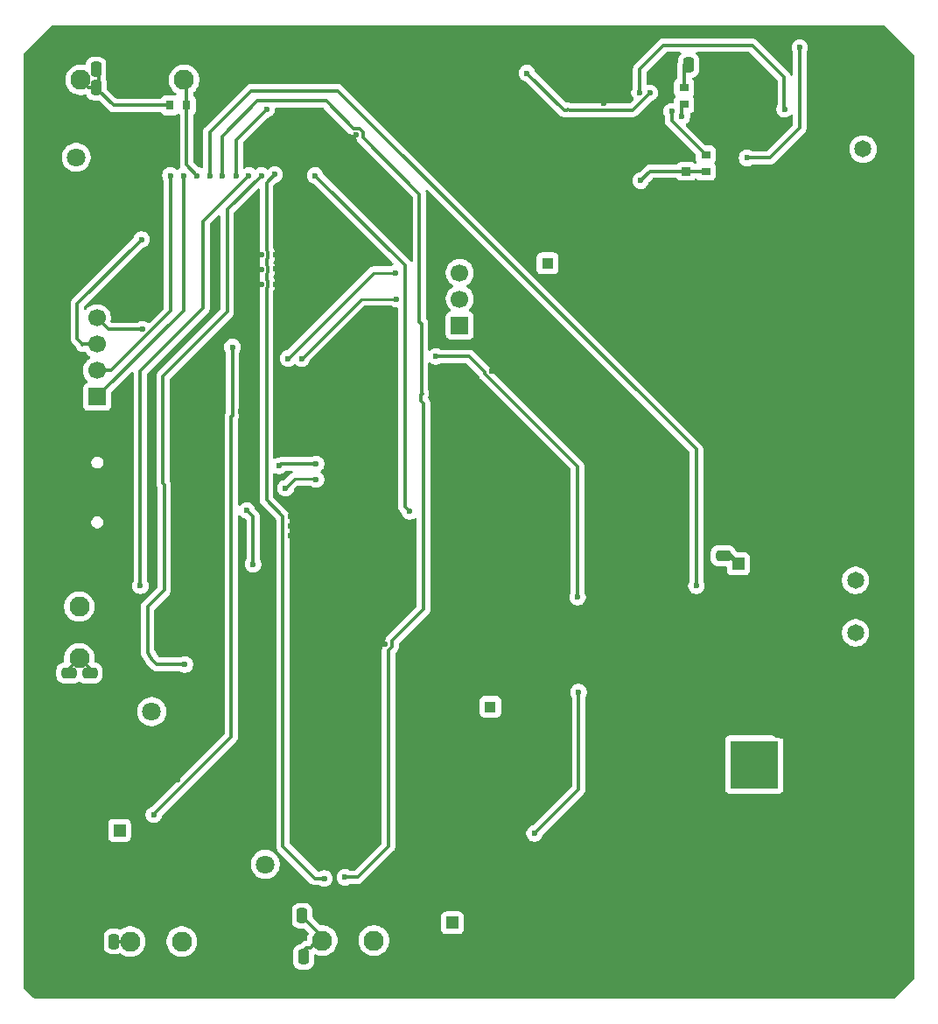
<source format=gbr>
%TF.GenerationSoftware,KiCad,Pcbnew,9.0.7*%
%TF.CreationDate,2026-02-25T21:26:21-06:00*%
%TF.ProjectId,circle_of_life,63697263-6c65-45f6-9f66-5f6c6966652e,rev?*%
%TF.SameCoordinates,Original*%
%TF.FileFunction,Copper,L2,Bot*%
%TF.FilePolarity,Positive*%
%FSLAX46Y46*%
G04 Gerber Fmt 4.6, Leading zero omitted, Abs format (unit mm)*
G04 Created by KiCad (PCBNEW 9.0.7) date 2026-02-25 21:26:21*
%MOMM*%
%LPD*%
G01*
G04 APERTURE LIST*
G04 Aperture macros list*
%AMRoundRect*
0 Rectangle with rounded corners*
0 $1 Rounding radius*
0 $2 $3 $4 $5 $6 $7 $8 $9 X,Y pos of 4 corners*
0 Add a 4 corners polygon primitive as box body*
4,1,4,$2,$3,$4,$5,$6,$7,$8,$9,$2,$3,0*
0 Add four circle primitives for the rounded corners*
1,1,$1+$1,$2,$3*
1,1,$1+$1,$4,$5*
1,1,$1+$1,$6,$7*
1,1,$1+$1,$8,$9*
0 Add four rect primitives between the rounded corners*
20,1,$1+$1,$2,$3,$4,$5,0*
20,1,$1+$1,$4,$5,$6,$7,0*
20,1,$1+$1,$6,$7,$8,$9,0*
20,1,$1+$1,$8,$9,$2,$3,0*%
G04 Aperture macros list end*
%TA.AperFunction,ComponentPad*%
%ADD10R,1.700000X1.700000*%
%TD*%
%TA.AperFunction,ComponentPad*%
%ADD11C,1.700000*%
%TD*%
%TA.AperFunction,HeatsinkPad*%
%ADD12O,2.100000X1.000000*%
%TD*%
%TA.AperFunction,HeatsinkPad*%
%ADD13O,1.600000X1.000000*%
%TD*%
%TA.AperFunction,ComponentPad*%
%ADD14C,1.950000*%
%TD*%
%TA.AperFunction,ComponentPad*%
%ADD15R,1.200000X1.200000*%
%TD*%
%TA.AperFunction,ComponentPad*%
%ADD16C,1.200000*%
%TD*%
%TA.AperFunction,ComponentPad*%
%ADD17R,4.650000X4.650000*%
%TD*%
%TA.AperFunction,ComponentPad*%
%ADD18C,4.650000*%
%TD*%
%TA.AperFunction,ComponentPad*%
%ADD19C,1.650000*%
%TD*%
%TA.AperFunction,ComponentPad*%
%ADD20R,1.800000X1.800000*%
%TD*%
%TA.AperFunction,ComponentPad*%
%ADD21C,1.800000*%
%TD*%
%TA.AperFunction,ComponentPad*%
%ADD22R,1.100000X1.100000*%
%TD*%
%TA.AperFunction,ComponentPad*%
%ADD23C,1.100000*%
%TD*%
%TA.AperFunction,SMDPad,CuDef*%
%ADD24R,0.950000X0.800000*%
%TD*%
%TA.AperFunction,SMDPad,CuDef*%
%ADD25RoundRect,0.250000X-0.250000X-0.475000X0.250000X-0.475000X0.250000X0.475000X-0.250000X0.475000X0*%
%TD*%
%TA.AperFunction,SMDPad,CuDef*%
%ADD26RoundRect,0.250000X0.475000X-0.250000X0.475000X0.250000X-0.475000X0.250000X-0.475000X-0.250000X0*%
%TD*%
%TA.AperFunction,SMDPad,CuDef*%
%ADD27R,0.940000X0.810000*%
%TD*%
%TA.AperFunction,SMDPad,CuDef*%
%ADD28RoundRect,0.250000X0.250000X0.475000X-0.250000X0.475000X-0.250000X-0.475000X0.250000X-0.475000X0*%
%TD*%
%TA.AperFunction,SMDPad,CuDef*%
%ADD29R,0.800000X0.950000*%
%TD*%
%TA.AperFunction,SMDPad,CuDef*%
%ADD30RoundRect,0.250000X-0.475000X0.250000X-0.475000X-0.250000X0.475000X-0.250000X0.475000X0.250000X0*%
%TD*%
%TA.AperFunction,ViaPad*%
%ADD31C,0.600000*%
%TD*%
%TA.AperFunction,Conductor*%
%ADD32C,0.500000*%
%TD*%
%TA.AperFunction,Conductor*%
%ADD33C,0.300000*%
%TD*%
%TA.AperFunction,Conductor*%
%ADD34C,0.250000*%
%TD*%
G04 APERTURE END LIST*
D10*
%TO.P,J7,1,Pin_1*%
%TO.N,+3.3V*%
X128900000Y-134700000D03*
D11*
%TO.P,J7,2,Pin_2*%
%TO.N,TXD0*%
X128900000Y-132160000D03*
%TO.P,J7,3,Pin_3*%
%TO.N,RXD0*%
X128900000Y-129620000D03*
%TO.P,J7,4,Pin_4*%
%TO.N,GND*%
X128900000Y-127080000D03*
%TD*%
D12*
%TO.P,P1,S1,SHIELD*%
%TO.N,GND*%
X94360000Y-146540000D03*
D13*
X90180000Y-146540000D03*
D12*
X94360000Y-155180000D03*
D13*
X90180000Y-155180000D03*
%TD*%
D14*
%TO.P,J4,1,Pin_1*%
%TO.N,GND*%
X92080000Y-171900000D03*
%TO.P,J4,2,Pin_2*%
%TO.N,+5V*%
X92080000Y-166900000D03*
%TO.P,J4,3,Pin_3*%
%TO.N,PH_SGN*%
X92080000Y-161900000D03*
%TD*%
D10*
%TO.P,J8,1,Pin_1*%
%TO.N,TMS*%
X93800000Y-141620000D03*
D11*
%TO.P,J8,2,Pin_2*%
%TO.N,TDI*%
X93800000Y-139080000D03*
%TO.P,J8,3,Pin_3*%
%TO.N,TCK*%
X93800000Y-136540000D03*
%TO.P,J8,4,Pin_4*%
%TO.N,TDO*%
X93800000Y-134000000D03*
%TD*%
D14*
%TO.P,J6,1,Pin_1*%
%TO.N,+3.3V*%
X92230000Y-110950000D03*
%TO.P,J6,2,Pin_2*%
%TO.N,GND*%
X97230000Y-110950000D03*
%TO.P,J6,3,Pin_3*%
%TO.N,TMP_SGN*%
X102230000Y-110950000D03*
%TD*%
D15*
%TO.P,C36,1*%
%TO.N,+5V*%
X128200000Y-192500000D03*
D16*
%TO.P,C36,2*%
%TO.N,GND*%
X128200000Y-196000000D03*
%TD*%
D15*
%TO.P,C12,1*%
%TO.N,+12V*%
X155850000Y-157780000D03*
D16*
%TO.P,C12,2*%
%TO.N,GND*%
X155850000Y-154280000D03*
%TD*%
D17*
%TO.P,J3,1,1*%
%TO.N,Net-(F2-Pad1)*%
X157400000Y-177200000D03*
D18*
%TO.P,J3,2,2*%
%TO.N,GND*%
X163200000Y-177200000D03*
%TO.P,J3,3,3*%
X160400000Y-172400000D03*
%TD*%
D14*
%TO.P,J2,1,Pin_1*%
%TO.N,GND*%
X92000000Y-194300000D03*
%TO.P,J2,2,Pin_2*%
%TO.N,+5V*%
X97000000Y-194300000D03*
%TO.P,J2,3,Pin_3*%
%TO.N,Net-(J2-Pin_3)*%
X102000000Y-194300000D03*
%TD*%
D19*
%TO.P,J11,1,Pin_1*%
%TO.N,LEDS*%
X167931944Y-117649586D03*
%TO.P,J11,2,Pin_2*%
%TO.N,GND*%
X167931944Y-112569586D03*
%TD*%
D20*
%TO.P,D5,1,K*%
%TO.N,GND*%
X91790000Y-120990000D03*
D21*
%TO.P,D5,2,A*%
%TO.N,Net-(D5-A)*%
X91790000Y-118450000D03*
%TD*%
D14*
%TO.P,J5,1,Pin_1*%
%TO.N,GND*%
X110600000Y-194200000D03*
%TO.P,J5,2,Pin_2*%
%TO.N,+5V*%
X115600000Y-194200000D03*
%TO.P,J5,3,Pin_3*%
%TO.N,FLOW_SGN*%
X120600000Y-194200000D03*
%TD*%
D20*
%TO.P,D6,1,K*%
%TO.N,GND*%
X110090000Y-184300000D03*
D21*
%TO.P,D6,2,A*%
%TO.N,Net-(D6-A)*%
X110090000Y-186840000D03*
%TD*%
D20*
%TO.P,D7,1,K*%
%TO.N,GND*%
X101640000Y-172060000D03*
D21*
%TO.P,D7,2,A*%
%TO.N,Net-(D7-A)*%
X99100000Y-172060000D03*
%TD*%
D19*
%TO.P,J1,1,Pin_1*%
%TO.N,+12V*%
X167200000Y-159360000D03*
%TO.P,J1,2,Pin_2*%
%TO.N,Net-(D4-A)*%
X167200000Y-164440000D03*
%TD*%
D15*
%TO.P,C13,1*%
%TO.N,+5V*%
X95975000Y-183550000D03*
D16*
%TO.P,C13,2*%
%TO.N,GND*%
X90975000Y-183550000D03*
%TD*%
D22*
%TO.P,C37,1*%
%TO.N,+12V*%
X137400000Y-128700000D03*
D23*
%TO.P,C37,2*%
%TO.N,GND*%
X139900000Y-128700000D03*
%TD*%
D22*
%TO.P,C29,1*%
%TO.N,+12V*%
X131850000Y-171600000D03*
D23*
%TO.P,C29,2*%
%TO.N,GND*%
X134350000Y-171600000D03*
%TD*%
D24*
%TO.P,R17,1*%
%TO.N,Net-(IC4-ISMON)*%
X150600000Y-113310000D03*
%TO.P,R17,2*%
%TO.N,Net-(C25-Pad2)*%
X150600000Y-111710000D03*
%TD*%
D25*
%TO.P,C34,1*%
%TO.N,+3.3V*%
X93700000Y-109950000D03*
%TO.P,C34,2*%
%TO.N,GND*%
X95600000Y-109950000D03*
%TD*%
D26*
%TO.P,C16,1*%
%TO.N,+12V*%
X154400000Y-156980000D03*
%TO.P,C16,2*%
%TO.N,GND*%
X154400000Y-155080000D03*
%TD*%
D27*
%TO.P,C22,1*%
%TO.N,INTV*%
X150800000Y-119800000D03*
%TO.P,C22,2*%
%TO.N,GND*%
X150800000Y-118460000D03*
%TD*%
D25*
%TO.P,C35,1*%
%TO.N,+3.3V*%
X93740000Y-111700000D03*
%TO.P,C35,2*%
%TO.N,GND*%
X95640000Y-111700000D03*
%TD*%
D28*
%TO.P,C25,1*%
%TO.N,GND*%
X152935796Y-109510000D03*
%TO.P,C25,2*%
%TO.N,Net-(C25-Pad2)*%
X151035796Y-109510000D03*
%TD*%
D24*
%TO.P,R16,1*%
%TO.N,Net-(IC4-~{FAULT})*%
X152700000Y-118200000D03*
%TO.P,R16,2*%
%TO.N,INTV*%
X152700000Y-119800000D03*
%TD*%
D28*
%TO.P,C32,1*%
%TO.N,+5V*%
X113780000Y-195800000D03*
%TO.P,C32,2*%
%TO.N,GND*%
X111880000Y-195800000D03*
%TD*%
D29*
%TO.P,R2,1*%
%TO.N,+3.3V*%
X100880000Y-113400000D03*
%TO.P,R2,2*%
%TO.N,TMP_SGN*%
X102480000Y-113400000D03*
%TD*%
D28*
%TO.P,C14,1*%
%TO.N,+5V*%
X95450000Y-194300000D03*
%TO.P,C14,2*%
%TO.N,GND*%
X93550000Y-194300000D03*
%TD*%
D30*
%TO.P,C30,1*%
%TO.N,+5V*%
X93100000Y-168320000D03*
%TO.P,C30,2*%
%TO.N,GND*%
X93100000Y-170220000D03*
%TD*%
%TO.P,C31,1*%
%TO.N,+5V*%
X91100000Y-168320000D03*
%TO.P,C31,2*%
%TO.N,GND*%
X91100000Y-170220000D03*
%TD*%
D28*
%TO.P,C33,1*%
%TO.N,+5V*%
X113660000Y-191800000D03*
%TO.P,C33,2*%
%TO.N,GND*%
X111760000Y-191800000D03*
%TD*%
D31*
%TO.N,GND*%
X96900000Y-163200000D03*
X146000000Y-117900000D03*
X147700000Y-116200000D03*
X135100000Y-185040000D03*
X156900000Y-109600000D03*
X146900000Y-117100000D03*
X112500000Y-155000000D03*
X146800000Y-116200000D03*
X104700000Y-152800000D03*
X99300000Y-123700000D03*
X136200000Y-195800000D03*
X117300000Y-141650000D03*
X152300000Y-112400000D03*
X148600000Y-117900000D03*
X111100000Y-130700000D03*
X99300000Y-148000000D03*
X142800000Y-113200000D03*
X149300000Y-166100000D03*
X133300000Y-185040000D03*
X143800000Y-127600000D03*
X110700000Y-161100000D03*
X148600000Y-116200000D03*
X119800000Y-165400000D03*
X118900000Y-116300000D03*
X146000000Y-117100000D03*
X101600000Y-178700000D03*
X104400000Y-156200000D03*
X146200000Y-170300000D03*
X111100000Y-127900000D03*
X109700000Y-130700000D03*
X107700000Y-143000000D03*
X133100000Y-147900000D03*
X151600000Y-178300000D03*
X111100000Y-129200000D03*
X146000000Y-116200000D03*
X108300000Y-127900000D03*
X147300000Y-110900000D03*
X108300000Y-129300000D03*
X136900000Y-165000000D03*
X109700000Y-129300000D03*
X134200000Y-185040000D03*
X114200000Y-153200000D03*
X114200000Y-155000000D03*
X136100000Y-179000000D03*
X113400000Y-154100000D03*
X97000000Y-154100000D03*
X112500000Y-153200000D03*
X133400000Y-156900000D03*
X147800000Y-117900000D03*
X120722935Y-155150000D03*
X113300000Y-153200000D03*
X113400000Y-155000000D03*
X154600000Y-119800000D03*
X103600000Y-184700000D03*
X148600000Y-117100000D03*
X147800000Y-117100000D03*
X146900000Y-117900000D03*
X116400000Y-158300000D03*
X121700000Y-165500000D03*
X151100000Y-127000000D03*
X132000000Y-139100000D03*
X153400000Y-159900000D03*
X112500000Y-154100000D03*
X116400000Y-162500000D03*
X114200000Y-154100000D03*
X108300000Y-130600000D03*
X109700000Y-127900000D03*
%TO.N,+3.3V*%
X108900000Y-157800000D03*
X108300000Y-152600000D03*
%TO.N,ISP*%
X156700000Y-118500000D03*
X161800000Y-107800000D03*
%TO.N,INTV*%
X146400000Y-120700000D03*
%TO.N,MCU_EN*%
X114900000Y-120200000D03*
X124077717Y-152700000D03*
%TO.N,IO0*%
X115000000Y-148100000D03*
X111400000Y-148300000D03*
%TO.N,EN*%
X140300000Y-161000000D03*
X140400000Y-170175000D03*
X136138000Y-183840000D03*
X126600000Y-137700000D03*
%TO.N,TDI*%
X100910000Y-120200000D03*
%TO.N,PUMP_SGN*%
X151800000Y-159900000D03*
X104700000Y-120200000D03*
%TO.N,TEMP_FAULT*%
X109700000Y-120200000D03*
X102300000Y-167500000D03*
%TO.N,FLOW_SGN*%
X105900000Y-120200000D03*
X117800000Y-188100000D03*
%TO.N,TCK*%
X98100000Y-126400000D03*
%TO.N,TDO*%
X98200000Y-135100000D03*
%TO.N,PWM_DIM*%
X110200000Y-113800000D03*
X135400000Y-110300000D03*
X107260000Y-120200000D03*
X147300000Y-112200000D03*
%TO.N,TMP_SGN*%
X103500000Y-120200000D03*
%TO.N,FLOW_FAULT*%
X111000000Y-120100000D03*
X115800000Y-188200000D03*
%TO.N,TMS*%
X102180000Y-120200000D03*
%TO.N,PH_SGN*%
X98000000Y-159900000D03*
X108500000Y-120200000D03*
%TO.N,Net-(IC4-ISMON)*%
X150400000Y-114500000D03*
%TO.N,Net-(IC4-~{FAULT})*%
X149400000Y-114000000D03*
%TO.N,Net-(IC4-PWMTG)*%
X160331944Y-113800000D03*
X146300000Y-112200000D03*
%TO.N,SRV_SGN_3.3V*%
X106900000Y-136800000D03*
X99300000Y-182050000D03*
%TO.N,DTR*%
X115000000Y-149600000D03*
X112052935Y-150450000D03*
%TO.N,TXD0*%
X122800000Y-132160000D03*
X113610000Y-137900000D03*
%TO.N,RXD0*%
X122700000Y-129620000D03*
X112300000Y-137900000D03*
%TD*%
D32*
%TO.N,GND*%
X154770000Y-155360000D02*
X155850000Y-154280000D01*
D33*
X95320000Y-111540000D02*
X95480000Y-111700000D01*
X95480000Y-111700000D02*
X96480000Y-111700000D01*
D32*
X154400000Y-155360000D02*
X154770000Y-155360000D01*
D33*
X95320000Y-109950000D02*
X95320000Y-111540000D01*
X96480000Y-111700000D02*
X97230000Y-110950000D01*
%TO.N,+5V*%
X115270000Y-193500000D02*
X115270000Y-193900000D01*
X114440000Y-194880000D02*
X115270000Y-194050000D01*
X95170000Y-194300000D02*
X97000000Y-194300000D01*
X113500000Y-195400000D02*
X114020000Y-194880000D01*
X115270000Y-194050000D02*
X115270000Y-193900000D01*
X91100000Y-168600000D02*
X91100000Y-167880000D01*
X114020000Y-194880000D02*
X114440000Y-194880000D01*
X93100000Y-168480000D02*
X93100000Y-167920000D01*
X113870000Y-192100000D02*
X115270000Y-193500000D01*
X93100000Y-167920000D02*
X92080000Y-166900000D01*
X91100000Y-167880000D02*
X92080000Y-166900000D01*
X113500000Y-192100000D02*
X113870000Y-192100000D01*
%TO.N,+3.3V*%
X93900000Y-111915000D02*
X95385000Y-113400000D01*
X93980000Y-109950000D02*
X93980000Y-111620000D01*
X108900000Y-157800000D02*
X108900000Y-153200000D01*
X93980000Y-111620000D02*
X93900000Y-111700000D01*
X93900000Y-111700000D02*
X93900000Y-111915000D01*
X93900000Y-111700000D02*
X92980000Y-111700000D01*
X92980000Y-111700000D02*
X92230000Y-110950000D01*
X108900000Y-153200000D02*
X108300000Y-152600000D01*
X95385000Y-113400000D02*
X100880000Y-113400000D01*
D32*
%TO.N,+12V*%
X154770000Y-156700000D02*
X155850000Y-157780000D01*
X154400000Y-156700000D02*
X154770000Y-156700000D01*
D33*
%TO.N,ISP*%
X161800000Y-115600000D02*
X161800000Y-107800000D01*
X156700000Y-118500000D02*
X158900000Y-118500000D01*
X158900000Y-118500000D02*
X161400000Y-116000000D01*
X161400000Y-116000000D02*
X161800000Y-115600000D01*
%TO.N,INTV*%
X147300000Y-119800000D02*
X150800000Y-119800000D01*
X146400000Y-120700000D02*
X147300000Y-119800000D01*
X150800000Y-119800000D02*
X152700000Y-119800000D01*
%TO.N,Net-(C25-Pad2)*%
X150600000Y-111710000D02*
X150600000Y-109521204D01*
X150600000Y-109521204D02*
X150588796Y-109510000D01*
%TO.N,MCU_EN*%
X123600000Y-128900000D02*
X123600000Y-152222283D01*
X114900000Y-120200000D02*
X123600000Y-128900000D01*
X123600000Y-152222283D02*
X124077717Y-152700000D01*
%TO.N,IO0*%
X111400000Y-148300000D02*
X111600000Y-148100000D01*
X111600000Y-148100000D02*
X115000000Y-148100000D01*
%TO.N,EN*%
X140400000Y-170175000D02*
X140400000Y-179578000D01*
X131349000Y-139369654D02*
X140300000Y-148320654D01*
X140400000Y-179578000D02*
X136138000Y-183840000D01*
X131349000Y-139249000D02*
X131349000Y-139369654D01*
X140300000Y-148320654D02*
X140300000Y-161000000D01*
X129800000Y-137700000D02*
X131349000Y-139249000D01*
X126600000Y-137700000D02*
X129800000Y-137700000D01*
%TO.N,TDI*%
X95140654Y-139080000D02*
X93800000Y-139080000D01*
X100910000Y-120200000D02*
X100910000Y-133310654D01*
X100910000Y-133310654D02*
X95140654Y-139080000D01*
%TO.N,PUMP_SGN*%
X104700000Y-116000000D02*
X108700000Y-112000000D01*
X108700000Y-112000000D02*
X117100000Y-112000000D01*
X117100000Y-112000000D02*
X151800000Y-146700000D01*
X151800000Y-146700000D02*
X151800000Y-159900000D01*
X104700000Y-120200000D02*
X104700000Y-116000000D01*
%TO.N,TEMP_FAULT*%
X106399000Y-133401000D02*
X100200000Y-139600000D01*
X98700000Y-161900000D02*
X98700000Y-166400000D01*
X106399000Y-123501000D02*
X106399000Y-133401000D01*
X99100000Y-167000000D02*
X99600000Y-167500000D01*
X99600000Y-167500000D02*
X102300000Y-167500000D01*
X100200000Y-139600000D02*
X100200000Y-149999000D01*
X98700000Y-166400000D02*
X98900000Y-166600000D01*
X99100000Y-166900000D02*
X99100000Y-167000000D01*
X98900000Y-166600000D02*
X98900000Y-166700000D01*
X109700000Y-120200000D02*
X106399000Y-123501000D01*
X100300000Y-150099000D02*
X100300000Y-160300000D01*
X98900000Y-166700000D02*
X99100000Y-166900000D01*
X100200000Y-149999000D02*
X100300000Y-150099000D01*
X100300000Y-160300000D02*
X98700000Y-161900000D01*
%TO.N,FLOW_SGN*%
X125279346Y-141300000D02*
X125200000Y-141220654D01*
X116000000Y-113000000D02*
X109300000Y-113000000D01*
X125000000Y-122000000D02*
X119551000Y-116551000D01*
X125200000Y-141220654D02*
X125200000Y-134579346D01*
X119551000Y-116030346D02*
X119169654Y-115649000D01*
X125200000Y-134579346D02*
X125000000Y-134379346D01*
X125400000Y-142220654D02*
X125149000Y-141969654D01*
X125149000Y-141969654D02*
X125149000Y-141430346D01*
X122000000Y-166120654D02*
X122351000Y-165769654D01*
X119169654Y-115649000D02*
X118649000Y-115649000D01*
X122000000Y-185100000D02*
X122000000Y-166120654D01*
X125000000Y-134379346D02*
X125000000Y-122000000D01*
X125400000Y-162181346D02*
X125400000Y-142220654D01*
X125149000Y-141430346D02*
X125279346Y-141300000D01*
X119551000Y-116551000D02*
X119551000Y-116030346D01*
X122351000Y-165230346D02*
X125400000Y-162181346D01*
X117800000Y-188100000D02*
X119000000Y-188100000D01*
X109300000Y-113000000D02*
X105900000Y-116400000D01*
X118649000Y-115649000D02*
X116000000Y-113000000D01*
X119000000Y-188100000D02*
X122000000Y-185100000D01*
X105900000Y-116400000D02*
X105900000Y-120200000D01*
X122351000Y-165769654D02*
X122351000Y-165230346D01*
%TO.N,TCK*%
X92400000Y-136600000D02*
X92460000Y-136540000D01*
X91900000Y-132600000D02*
X91900000Y-136000000D01*
X98100000Y-126400000D02*
X91900000Y-132600000D01*
X92460000Y-136540000D02*
X93800000Y-136540000D01*
X92400000Y-136500000D02*
X92400000Y-136600000D01*
X91900000Y-136000000D02*
X92400000Y-136500000D01*
%TO.N,TDO*%
X94900000Y-135100000D02*
X93800000Y-134000000D01*
X98200000Y-135100000D02*
X94900000Y-135100000D01*
%TO.N,PWM_DIM*%
X139400000Y-113800000D02*
X139500000Y-113900000D01*
X107260000Y-116740000D02*
X110200000Y-113800000D01*
X139300000Y-113900000D02*
X139400000Y-113800000D01*
X139500000Y-113900000D02*
X145600000Y-113900000D01*
X135400000Y-110300000D02*
X139000000Y-113900000D01*
X107260000Y-120200000D02*
X107260000Y-116740000D01*
X145600000Y-113900000D02*
X147300000Y-112200000D01*
X139000000Y-113900000D02*
X139300000Y-113900000D01*
%TO.N,TMP_SGN*%
X102480000Y-119180000D02*
X102480000Y-113400000D01*
X103500000Y-120200000D02*
X102480000Y-119180000D01*
X102480000Y-113400000D02*
X102480000Y-111200000D01*
X102480000Y-111200000D02*
X102230000Y-110950000D01*
%TO.N,FLOW_FAULT*%
X110200000Y-127479346D02*
X110200000Y-120900000D01*
X110351000Y-129569654D02*
X110351000Y-129030346D01*
X114900000Y-188200000D02*
X111800000Y-185100000D01*
X110200000Y-128879346D02*
X110200000Y-128320654D01*
X111800000Y-153200000D02*
X110200000Y-151600000D01*
X110351000Y-130969654D02*
X110351000Y-130430346D01*
X110200000Y-120900000D02*
X111000000Y-120100000D01*
X110200000Y-131120654D02*
X110351000Y-130969654D01*
X110200000Y-129720654D02*
X110351000Y-129569654D01*
X110351000Y-129030346D02*
X110200000Y-128879346D01*
X110351000Y-128169654D02*
X110351000Y-127630346D01*
X111800000Y-185100000D02*
X111800000Y-153200000D01*
X110200000Y-130279346D02*
X110200000Y-129720654D01*
X115800000Y-188200000D02*
X114900000Y-188200000D01*
X110200000Y-151600000D02*
X110200000Y-131120654D01*
X110200000Y-128320654D02*
X110351000Y-128169654D01*
X110351000Y-130430346D02*
X110200000Y-130279346D01*
X110351000Y-127630346D02*
X110200000Y-127479346D01*
%TO.N,TMS*%
X102180000Y-120200000D02*
X102180000Y-133240000D01*
X102180000Y-133240000D02*
X93800000Y-141620000D01*
%TO.N,PH_SGN*%
X104049000Y-133051000D02*
X98000000Y-139100000D01*
X98000000Y-139100000D02*
X98000000Y-159900000D01*
X104049000Y-124651000D02*
X104049000Y-133051000D01*
X108500000Y-120200000D02*
X104049000Y-124651000D01*
%TO.N,Net-(IC4-ISMON)*%
X150400000Y-113510000D02*
X150600000Y-113310000D01*
X150400000Y-114500000D02*
X150400000Y-113510000D01*
%TO.N,Net-(IC4-~{FAULT})*%
X149400000Y-114900000D02*
X149400000Y-114000000D01*
X152700000Y-118200000D02*
X149400000Y-114900000D01*
%TO.N,Net-(IC4-PWMTG)*%
X148600000Y-107600000D02*
X146300000Y-109900000D01*
X157200000Y-107600000D02*
X148600000Y-107600000D01*
X160300000Y-110700000D02*
X157200000Y-107600000D01*
X160331944Y-113800000D02*
X160300000Y-113768056D01*
X146300000Y-109900000D02*
X146300000Y-112200000D01*
X160300000Y-113768056D02*
X160300000Y-110700000D01*
%TO.N,SRV_SGN_3.3V*%
X106900000Y-143400000D02*
X106800000Y-143500000D01*
X106800000Y-143500000D02*
X106800000Y-174500000D01*
X99300000Y-182000000D02*
X99300000Y-182050000D01*
X106800000Y-174500000D02*
X99300000Y-182000000D01*
X106900000Y-136800000D02*
X106900000Y-143400000D01*
D34*
%TO.N,DTR*%
X112952935Y-149550000D02*
X112052935Y-150450000D01*
X114950000Y-149550000D02*
X112952935Y-149550000D01*
X115000000Y-149600000D02*
X114950000Y-149550000D01*
%TO.N,TXD0*%
X119350000Y-132160000D02*
X122800000Y-132160000D01*
X113610000Y-137900000D02*
X119350000Y-132160000D01*
%TO.N,RXD0*%
X120580000Y-129620000D02*
X122700000Y-129620000D01*
X112300000Y-137900000D02*
X120580000Y-129620000D01*
%TD*%
%TA.AperFunction,Conductor*%
%TO.N,GND*%
G36*
X170015677Y-105719685D02*
G01*
X170036319Y-105736319D01*
X172863681Y-108563681D01*
X172897166Y-108625004D01*
X172900000Y-108651362D01*
X172900000Y-197848638D01*
X172880315Y-197915677D01*
X172863681Y-197936319D01*
X171036819Y-199763181D01*
X170975496Y-199796666D01*
X170949138Y-199799500D01*
X87750862Y-199799500D01*
X87683823Y-199779815D01*
X87663181Y-199763181D01*
X86736819Y-198836819D01*
X86703334Y-198775496D01*
X86700500Y-198749138D01*
X86700500Y-193774983D01*
X94449500Y-193774983D01*
X94449500Y-194825001D01*
X94449501Y-194825019D01*
X94460000Y-194927796D01*
X94460001Y-194927799D01*
X94485803Y-195005663D01*
X94515186Y-195094334D01*
X94607288Y-195243656D01*
X94731344Y-195367712D01*
X94880666Y-195459814D01*
X95047203Y-195514999D01*
X95149991Y-195525500D01*
X95750008Y-195525499D01*
X95750016Y-195525498D01*
X95750019Y-195525498D01*
X95822949Y-195518048D01*
X95852797Y-195514999D01*
X96004764Y-195464641D01*
X96074591Y-195462240D01*
X96116652Y-195482030D01*
X96183094Y-195530302D01*
X96226669Y-195561961D01*
X96358526Y-195629145D01*
X96433599Y-195667398D01*
X96433601Y-195667398D01*
X96433604Y-195667400D01*
X96654486Y-195739169D01*
X96772668Y-195757886D01*
X96883871Y-195775500D01*
X96883876Y-195775500D01*
X97116129Y-195775500D01*
X97217502Y-195759443D01*
X97345514Y-195739169D01*
X97566396Y-195667400D01*
X97773331Y-195561961D01*
X97961224Y-195425449D01*
X98125449Y-195261224D01*
X98261961Y-195073331D01*
X98367400Y-194866396D01*
X98439169Y-194645514D01*
X98459443Y-194517502D01*
X98475500Y-194416129D01*
X98475500Y-194183870D01*
X100524500Y-194183870D01*
X100524500Y-194416129D01*
X100560831Y-194645514D01*
X100632601Y-194866400D01*
X100663885Y-194927797D01*
X100738039Y-195073331D01*
X100874551Y-195261224D01*
X101038776Y-195425449D01*
X101226669Y-195561961D01*
X101324436Y-195611776D01*
X101433599Y-195667398D01*
X101433601Y-195667398D01*
X101433604Y-195667400D01*
X101654486Y-195739169D01*
X101772668Y-195757886D01*
X101883871Y-195775500D01*
X101883876Y-195775500D01*
X102116129Y-195775500D01*
X102217502Y-195759443D01*
X102345514Y-195739169D01*
X102566396Y-195667400D01*
X102773331Y-195561961D01*
X102961224Y-195425449D01*
X103125449Y-195261224D01*
X103261961Y-195073331D01*
X103367400Y-194866396D01*
X103439169Y-194645514D01*
X103459443Y-194517502D01*
X103475500Y-194416129D01*
X103475500Y-194183870D01*
X103456232Y-194062222D01*
X103439169Y-193954486D01*
X103367400Y-193733604D01*
X103367398Y-193733601D01*
X103367398Y-193733599D01*
X103296314Y-193594091D01*
X103261961Y-193526669D01*
X103125449Y-193338776D01*
X102961224Y-193174551D01*
X102773331Y-193038039D01*
X102728111Y-193014998D01*
X102566400Y-192932601D01*
X102345514Y-192860831D01*
X102116129Y-192824500D01*
X102116124Y-192824500D01*
X101883876Y-192824500D01*
X101883871Y-192824500D01*
X101654485Y-192860831D01*
X101433599Y-192932601D01*
X101226668Y-193038039D01*
X101038773Y-193174553D01*
X100874553Y-193338773D01*
X100738039Y-193526668D01*
X100632601Y-193733599D01*
X100560831Y-193954485D01*
X100524500Y-194183870D01*
X98475500Y-194183870D01*
X98456232Y-194062222D01*
X98439169Y-193954486D01*
X98367400Y-193733604D01*
X98367398Y-193733601D01*
X98367398Y-193733599D01*
X98296314Y-193594091D01*
X98261961Y-193526669D01*
X98125449Y-193338776D01*
X97961224Y-193174551D01*
X97773331Y-193038039D01*
X97728111Y-193014998D01*
X97566400Y-192932601D01*
X97345514Y-192860831D01*
X97116129Y-192824500D01*
X97116124Y-192824500D01*
X96883876Y-192824500D01*
X96883871Y-192824500D01*
X96654485Y-192860831D01*
X96433599Y-192932601D01*
X96226670Y-193038038D01*
X96226668Y-193038039D01*
X96116650Y-193117970D01*
X96050843Y-193141449D01*
X96004762Y-193135357D01*
X95931511Y-193111084D01*
X95852797Y-193085001D01*
X95852795Y-193085000D01*
X95750010Y-193074500D01*
X95149998Y-193074500D01*
X95149980Y-193074501D01*
X95047203Y-193085000D01*
X95047200Y-193085001D01*
X94880668Y-193140185D01*
X94880663Y-193140187D01*
X94731342Y-193232289D01*
X94607289Y-193356342D01*
X94515187Y-193505663D01*
X94515185Y-193505668D01*
X94501304Y-193547558D01*
X94460001Y-193672203D01*
X94460001Y-193672204D01*
X94460000Y-193672204D01*
X94449500Y-193774983D01*
X86700500Y-193774983D01*
X86700500Y-191274983D01*
X112659500Y-191274983D01*
X112659500Y-192325001D01*
X112659501Y-192325019D01*
X112670000Y-192427796D01*
X112670001Y-192427799D01*
X112725185Y-192594331D01*
X112725186Y-192594334D01*
X112817288Y-192743656D01*
X112941344Y-192867712D01*
X113090666Y-192959814D01*
X113257203Y-193014999D01*
X113359991Y-193025500D01*
X113824191Y-193025499D01*
X113891230Y-193045183D01*
X113911872Y-193061818D01*
X114253637Y-193403583D01*
X114287122Y-193464906D01*
X114282138Y-193534598D01*
X114276441Y-193547558D01*
X114232602Y-193633596D01*
X114160831Y-193854485D01*
X114124500Y-194083870D01*
X114124500Y-194105500D01*
X114104815Y-194172539D01*
X114052011Y-194218294D01*
X114000500Y-194229500D01*
X113955929Y-194229500D01*
X113830261Y-194254497D01*
X113830255Y-194254499D01*
X113711874Y-194303534D01*
X113605331Y-194374723D01*
X113424678Y-194555375D01*
X113376001Y-194585399D01*
X113210668Y-194640185D01*
X113210663Y-194640187D01*
X113061342Y-194732289D01*
X112937289Y-194856342D01*
X112845187Y-195005663D01*
X112845186Y-195005666D01*
X112790001Y-195172203D01*
X112790001Y-195172204D01*
X112790000Y-195172204D01*
X112779500Y-195274983D01*
X112779500Y-196325001D01*
X112779501Y-196325019D01*
X112790000Y-196427796D01*
X112790001Y-196427799D01*
X112845185Y-196594331D01*
X112845186Y-196594334D01*
X112937288Y-196743656D01*
X113061344Y-196867712D01*
X113210666Y-196959814D01*
X113377203Y-197014999D01*
X113479991Y-197025500D01*
X114080008Y-197025499D01*
X114080016Y-197025498D01*
X114080019Y-197025498D01*
X114136302Y-197019748D01*
X114182797Y-197014999D01*
X114349334Y-196959814D01*
X114498656Y-196867712D01*
X114622712Y-196743656D01*
X114714814Y-196594334D01*
X114769999Y-196427797D01*
X114780500Y-196325009D01*
X114780499Y-195640785D01*
X114800183Y-195573747D01*
X114852987Y-195527992D01*
X114922146Y-195518048D01*
X114960795Y-195530302D01*
X115033597Y-195567397D01*
X115033600Y-195567397D01*
X115033604Y-195567400D01*
X115254486Y-195639169D01*
X115372668Y-195657886D01*
X115483871Y-195675500D01*
X115483876Y-195675500D01*
X115716129Y-195675500D01*
X115817502Y-195659443D01*
X115945514Y-195639169D01*
X116166396Y-195567400D01*
X116373331Y-195461961D01*
X116561224Y-195325449D01*
X116725449Y-195161224D01*
X116861961Y-194973331D01*
X116967400Y-194766396D01*
X117039169Y-194545514D01*
X117066219Y-194374723D01*
X117075500Y-194316129D01*
X117075500Y-194083870D01*
X119124500Y-194083870D01*
X119124500Y-194316129D01*
X119160831Y-194545514D01*
X119232601Y-194766400D01*
X119314838Y-194927797D01*
X119338039Y-194973331D01*
X119474551Y-195161224D01*
X119638776Y-195325449D01*
X119826669Y-195461961D01*
X119924436Y-195511776D01*
X120033599Y-195567398D01*
X120033601Y-195567398D01*
X120033604Y-195567400D01*
X120254486Y-195639169D01*
X120372668Y-195657886D01*
X120483871Y-195675500D01*
X120483876Y-195675500D01*
X120716129Y-195675500D01*
X120817502Y-195659443D01*
X120945514Y-195639169D01*
X121166396Y-195567400D01*
X121373331Y-195461961D01*
X121561224Y-195325449D01*
X121725449Y-195161224D01*
X121861961Y-194973331D01*
X121967400Y-194766396D01*
X122039169Y-194545514D01*
X122066219Y-194374723D01*
X122075500Y-194316129D01*
X122075500Y-194083870D01*
X122055007Y-193954485D01*
X122039169Y-193854486D01*
X121967400Y-193633604D01*
X121967398Y-193633601D01*
X121967398Y-193633599D01*
X121902212Y-193505666D01*
X121861961Y-193426669D01*
X121725449Y-193238776D01*
X121561224Y-193074551D01*
X121373331Y-192938039D01*
X121362658Y-192932601D01*
X121166400Y-192832601D01*
X120945514Y-192760831D01*
X120716129Y-192724500D01*
X120716124Y-192724500D01*
X120483876Y-192724500D01*
X120483871Y-192724500D01*
X120254485Y-192760831D01*
X120033599Y-192832601D01*
X119826668Y-192938039D01*
X119638773Y-193074553D01*
X119474553Y-193238773D01*
X119338039Y-193426668D01*
X119232601Y-193633599D01*
X119160831Y-193854485D01*
X119124500Y-194083870D01*
X117075500Y-194083870D01*
X117055007Y-193954485D01*
X117039169Y-193854486D01*
X116967400Y-193633604D01*
X116967398Y-193633601D01*
X116967398Y-193633599D01*
X116902212Y-193505666D01*
X116861961Y-193426669D01*
X116725449Y-193238776D01*
X116561224Y-193074551D01*
X116373331Y-192938039D01*
X116362658Y-192932601D01*
X116166400Y-192832601D01*
X115945514Y-192760831D01*
X115716129Y-192724500D01*
X115716124Y-192724500D01*
X115483876Y-192724500D01*
X115483871Y-192724500D01*
X115479015Y-192724882D01*
X115478879Y-192723156D01*
X115416998Y-192715132D01*
X115379262Y-192689316D01*
X114696818Y-192006872D01*
X114682114Y-191979944D01*
X114665522Y-191954126D01*
X114664630Y-191947925D01*
X114663333Y-191945549D01*
X114660499Y-191919191D01*
X114660499Y-191852135D01*
X127099500Y-191852135D01*
X127099500Y-193147870D01*
X127099501Y-193147876D01*
X127105908Y-193207483D01*
X127156202Y-193342328D01*
X127156206Y-193342335D01*
X127242452Y-193457544D01*
X127242455Y-193457547D01*
X127357664Y-193543793D01*
X127357671Y-193543797D01*
X127492517Y-193594091D01*
X127492516Y-193594091D01*
X127499444Y-193594835D01*
X127552127Y-193600500D01*
X128847872Y-193600499D01*
X128907483Y-193594091D01*
X129042331Y-193543796D01*
X129157546Y-193457546D01*
X129243796Y-193342331D01*
X129294091Y-193207483D01*
X129300500Y-193147873D01*
X129300499Y-191852128D01*
X129294091Y-191792517D01*
X129243796Y-191657669D01*
X129243795Y-191657668D01*
X129243793Y-191657664D01*
X129157547Y-191542455D01*
X129157544Y-191542452D01*
X129042335Y-191456206D01*
X129042328Y-191456202D01*
X128907482Y-191405908D01*
X128907483Y-191405908D01*
X128847883Y-191399501D01*
X128847881Y-191399500D01*
X128847873Y-191399500D01*
X128847864Y-191399500D01*
X127552129Y-191399500D01*
X127552123Y-191399501D01*
X127492516Y-191405908D01*
X127357671Y-191456202D01*
X127357664Y-191456206D01*
X127242455Y-191542452D01*
X127242452Y-191542455D01*
X127156206Y-191657664D01*
X127156202Y-191657671D01*
X127105908Y-191792517D01*
X127099501Y-191852116D01*
X127099501Y-191852123D01*
X127099500Y-191852135D01*
X114660499Y-191852135D01*
X114660499Y-191274998D01*
X114660498Y-191274981D01*
X114649999Y-191172203D01*
X114649998Y-191172200D01*
X114594814Y-191005666D01*
X114502712Y-190856344D01*
X114378656Y-190732288D01*
X114229334Y-190640186D01*
X114062797Y-190585001D01*
X114062795Y-190585000D01*
X113960010Y-190574500D01*
X113359998Y-190574500D01*
X113359980Y-190574501D01*
X113257203Y-190585000D01*
X113257200Y-190585001D01*
X113090668Y-190640185D01*
X113090663Y-190640187D01*
X112941342Y-190732289D01*
X112817289Y-190856342D01*
X112725187Y-191005663D01*
X112725186Y-191005666D01*
X112670001Y-191172203D01*
X112670001Y-191172204D01*
X112670000Y-191172204D01*
X112659500Y-191274983D01*
X86700500Y-191274983D01*
X86700500Y-186729778D01*
X108689500Y-186729778D01*
X108689500Y-186950221D01*
X108723985Y-187167952D01*
X108792103Y-187377603D01*
X108792104Y-187377606D01*
X108860122Y-187511096D01*
X108879690Y-187549500D01*
X108892187Y-187574025D01*
X109021752Y-187752358D01*
X109021756Y-187752363D01*
X109177636Y-187908243D01*
X109177641Y-187908247D01*
X109333045Y-188021153D01*
X109355978Y-188037815D01*
X109484375Y-188103237D01*
X109552393Y-188137895D01*
X109552396Y-188137896D01*
X109657221Y-188171955D01*
X109762049Y-188206015D01*
X109979778Y-188240500D01*
X109979779Y-188240500D01*
X110200221Y-188240500D01*
X110200222Y-188240500D01*
X110417951Y-188206015D01*
X110627606Y-188137895D01*
X110824022Y-188037815D01*
X111002365Y-187908242D01*
X111158242Y-187752365D01*
X111287815Y-187574022D01*
X111387895Y-187377606D01*
X111456015Y-187167951D01*
X111490500Y-186950222D01*
X111490500Y-186729778D01*
X111456015Y-186512049D01*
X111387895Y-186302394D01*
X111387895Y-186302393D01*
X111353237Y-186234375D01*
X111287815Y-186105978D01*
X111271260Y-186083192D01*
X111158247Y-185927641D01*
X111158243Y-185927636D01*
X111002363Y-185771756D01*
X111002358Y-185771752D01*
X110824025Y-185642187D01*
X110824024Y-185642186D01*
X110824022Y-185642185D01*
X110761096Y-185610122D01*
X110627606Y-185542104D01*
X110627603Y-185542103D01*
X110417952Y-185473985D01*
X110309086Y-185456742D01*
X110200222Y-185439500D01*
X109979778Y-185439500D01*
X109907201Y-185450995D01*
X109762047Y-185473985D01*
X109552396Y-185542103D01*
X109552393Y-185542104D01*
X109355974Y-185642187D01*
X109177641Y-185771752D01*
X109177636Y-185771756D01*
X109021756Y-185927636D01*
X109021752Y-185927641D01*
X108892187Y-186105974D01*
X108792104Y-186302393D01*
X108792103Y-186302396D01*
X108723985Y-186512047D01*
X108689500Y-186729778D01*
X86700500Y-186729778D01*
X86700500Y-182902135D01*
X94874500Y-182902135D01*
X94874500Y-184197870D01*
X94874501Y-184197876D01*
X94880908Y-184257483D01*
X94931202Y-184392328D01*
X94931206Y-184392335D01*
X95017452Y-184507544D01*
X95017455Y-184507547D01*
X95132664Y-184593793D01*
X95132671Y-184593797D01*
X95267517Y-184644091D01*
X95267516Y-184644091D01*
X95274444Y-184644835D01*
X95327127Y-184650500D01*
X96622872Y-184650499D01*
X96682483Y-184644091D01*
X96817331Y-184593796D01*
X96932546Y-184507546D01*
X97018796Y-184392331D01*
X97069091Y-184257483D01*
X97075500Y-184197873D01*
X97075499Y-182902128D01*
X97069091Y-182842517D01*
X97038089Y-182759397D01*
X97018797Y-182707671D01*
X97018793Y-182707664D01*
X96932547Y-182592455D01*
X96932544Y-182592452D01*
X96817335Y-182506206D01*
X96817328Y-182506202D01*
X96682482Y-182455908D01*
X96682483Y-182455908D01*
X96622883Y-182449501D01*
X96622881Y-182449500D01*
X96622873Y-182449500D01*
X96622864Y-182449500D01*
X95327129Y-182449500D01*
X95327123Y-182449501D01*
X95267516Y-182455908D01*
X95132671Y-182506202D01*
X95132664Y-182506206D01*
X95017455Y-182592452D01*
X95017452Y-182592455D01*
X94931206Y-182707664D01*
X94931202Y-182707671D01*
X94880908Y-182842517D01*
X94874501Y-182902116D01*
X94874501Y-182902123D01*
X94874500Y-182902135D01*
X86700500Y-182902135D01*
X86700500Y-181971153D01*
X98499500Y-181971153D01*
X98499500Y-182128846D01*
X98530261Y-182283489D01*
X98530264Y-182283501D01*
X98590602Y-182429172D01*
X98590609Y-182429185D01*
X98678210Y-182560288D01*
X98678213Y-182560292D01*
X98789707Y-182671786D01*
X98789711Y-182671789D01*
X98920814Y-182759390D01*
X98920827Y-182759397D01*
X99066498Y-182819735D01*
X99066503Y-182819737D01*
X99221153Y-182850499D01*
X99221156Y-182850500D01*
X99221158Y-182850500D01*
X99378844Y-182850500D01*
X99378845Y-182850499D01*
X99533497Y-182819737D01*
X99679179Y-182759394D01*
X99810289Y-182671789D01*
X99921789Y-182560289D01*
X100009394Y-182429179D01*
X100069737Y-182283497D01*
X100095495Y-182154004D01*
X100127880Y-182092093D01*
X100129375Y-182090570D01*
X107305277Y-174914669D01*
X107376465Y-174808127D01*
X107425501Y-174689743D01*
X107450500Y-174564069D01*
X107450500Y-174435931D01*
X107450500Y-153178269D01*
X107470185Y-153111230D01*
X107522989Y-153065475D01*
X107592147Y-153055531D01*
X107655703Y-153084556D01*
X107674292Y-153105626D01*
X107674347Y-153105581D01*
X107675609Y-153107119D01*
X107677603Y-153109379D01*
X107678212Y-153110291D01*
X107789707Y-153221786D01*
X107789711Y-153221789D01*
X107920814Y-153309390D01*
X107920827Y-153309397D01*
X108008230Y-153345599D01*
X108066503Y-153369737D01*
X108133581Y-153383079D01*
X108150337Y-153391844D01*
X108168816Y-153395864D01*
X108193852Y-153414606D01*
X108195490Y-153415463D01*
X108197070Y-153417015D01*
X108213181Y-153433126D01*
X108246666Y-153494449D01*
X108249500Y-153520807D01*
X108249500Y-157295064D01*
X108229815Y-157362103D01*
X108228603Y-157363954D01*
X108190608Y-157420817D01*
X108190602Y-157420828D01*
X108130264Y-157566498D01*
X108130261Y-157566510D01*
X108099500Y-157721153D01*
X108099500Y-157878846D01*
X108130261Y-158033489D01*
X108130264Y-158033501D01*
X108190602Y-158179172D01*
X108190609Y-158179185D01*
X108278210Y-158310288D01*
X108278213Y-158310292D01*
X108389707Y-158421786D01*
X108389711Y-158421789D01*
X108520814Y-158509390D01*
X108520827Y-158509397D01*
X108666498Y-158569735D01*
X108666503Y-158569737D01*
X108821153Y-158600499D01*
X108821156Y-158600500D01*
X108821158Y-158600500D01*
X108978844Y-158600500D01*
X108978845Y-158600499D01*
X109133497Y-158569737D01*
X109279179Y-158509394D01*
X109410289Y-158421789D01*
X109521789Y-158310289D01*
X109609394Y-158179179D01*
X109669737Y-158033497D01*
X109700500Y-157878842D01*
X109700500Y-157721158D01*
X109700500Y-157721155D01*
X109700499Y-157721153D01*
X109669738Y-157566510D01*
X109669737Y-157566503D01*
X109609394Y-157420821D01*
X109571396Y-157363953D01*
X109550520Y-157297276D01*
X109550500Y-157295064D01*
X109550500Y-153135928D01*
X109525502Y-153010261D01*
X109525501Y-153010260D01*
X109525501Y-153010256D01*
X109476465Y-152891873D01*
X109476464Y-152891872D01*
X109476461Y-152891866D01*
X109405277Y-152785332D01*
X109405271Y-152785326D01*
X109314669Y-152694724D01*
X109117015Y-152497070D01*
X109083530Y-152435747D01*
X109083095Y-152433660D01*
X109069737Y-152366503D01*
X109045599Y-152308230D01*
X109009397Y-152220827D01*
X109009390Y-152220814D01*
X108921789Y-152089711D01*
X108921786Y-152089707D01*
X108810292Y-151978213D01*
X108810288Y-151978210D01*
X108679185Y-151890609D01*
X108679172Y-151890602D01*
X108533501Y-151830264D01*
X108533489Y-151830261D01*
X108378845Y-151799500D01*
X108378842Y-151799500D01*
X108221158Y-151799500D01*
X108221155Y-151799500D01*
X108066510Y-151830261D01*
X108066498Y-151830264D01*
X107920827Y-151890602D01*
X107920814Y-151890609D01*
X107789711Y-151978210D01*
X107789707Y-151978213D01*
X107678213Y-152089707D01*
X107678206Y-152089716D01*
X107677597Y-152090628D01*
X107677155Y-152090997D01*
X107674347Y-152094419D01*
X107673697Y-152093886D01*
X107623982Y-152135429D01*
X107554656Y-152144132D01*
X107491631Y-152113973D01*
X107454916Y-152054527D01*
X107450500Y-152021730D01*
X107450500Y-143784600D01*
X107459205Y-143738958D01*
X107464061Y-143726690D01*
X107476465Y-143708127D01*
X107525501Y-143589744D01*
X107530608Y-143564069D01*
X107550500Y-143464069D01*
X107550500Y-137304935D01*
X107570185Y-137237896D01*
X107571366Y-137236090D01*
X107609394Y-137179179D01*
X107669737Y-137033497D01*
X107700500Y-136878842D01*
X107700500Y-136721158D01*
X107700500Y-136721155D01*
X107700499Y-136721153D01*
X107669738Y-136566510D01*
X107669737Y-136566503D01*
X107614734Y-136433713D01*
X107609397Y-136420827D01*
X107609390Y-136420814D01*
X107521789Y-136289711D01*
X107521786Y-136289707D01*
X107410292Y-136178213D01*
X107410288Y-136178210D01*
X107279185Y-136090609D01*
X107279172Y-136090602D01*
X107133501Y-136030264D01*
X107133489Y-136030261D01*
X106978845Y-135999500D01*
X106978842Y-135999500D01*
X106821158Y-135999500D01*
X106821155Y-135999500D01*
X106666510Y-136030261D01*
X106666498Y-136030264D01*
X106520827Y-136090602D01*
X106520814Y-136090609D01*
X106389711Y-136178210D01*
X106389707Y-136178213D01*
X106278213Y-136289707D01*
X106278210Y-136289711D01*
X106190609Y-136420814D01*
X106190602Y-136420827D01*
X106130264Y-136566498D01*
X106130261Y-136566510D01*
X106099500Y-136721153D01*
X106099500Y-136878846D01*
X106130261Y-137033489D01*
X106130264Y-137033501D01*
X106190602Y-137179172D01*
X106190606Y-137179179D01*
X106228602Y-137236044D01*
X106249480Y-137302721D01*
X106249500Y-137304935D01*
X106249500Y-143115398D01*
X106229815Y-143182437D01*
X106228604Y-143184286D01*
X106223534Y-143191872D01*
X106174499Y-143310255D01*
X106174497Y-143310261D01*
X106149500Y-143435928D01*
X106149500Y-174179191D01*
X106129815Y-174246230D01*
X106113181Y-174266872D01*
X99134653Y-181245399D01*
X99073330Y-181278884D01*
X99071167Y-181279335D01*
X99066504Y-181280262D01*
X99066500Y-181280263D01*
X98920827Y-181340602D01*
X98920814Y-181340609D01*
X98789711Y-181428210D01*
X98789707Y-181428213D01*
X98678213Y-181539707D01*
X98678210Y-181539711D01*
X98590609Y-181670814D01*
X98590602Y-181670827D01*
X98530264Y-181816498D01*
X98530261Y-181816510D01*
X98499500Y-181971153D01*
X86700500Y-181971153D01*
X86700500Y-171949778D01*
X97699500Y-171949778D01*
X97699500Y-172170221D01*
X97733985Y-172387952D01*
X97802103Y-172597603D01*
X97802104Y-172597606D01*
X97902187Y-172794025D01*
X98031752Y-172972358D01*
X98031756Y-172972363D01*
X98187636Y-173128243D01*
X98187641Y-173128247D01*
X98343192Y-173241260D01*
X98365978Y-173257815D01*
X98494375Y-173323237D01*
X98562393Y-173357895D01*
X98562396Y-173357896D01*
X98667221Y-173391955D01*
X98772049Y-173426015D01*
X98989778Y-173460500D01*
X98989779Y-173460500D01*
X99210221Y-173460500D01*
X99210222Y-173460500D01*
X99427951Y-173426015D01*
X99637606Y-173357895D01*
X99834022Y-173257815D01*
X100012365Y-173128242D01*
X100168242Y-172972365D01*
X100297815Y-172794022D01*
X100397895Y-172597606D01*
X100466015Y-172387951D01*
X100500500Y-172170222D01*
X100500500Y-171949778D01*
X100466015Y-171732049D01*
X100397895Y-171522394D01*
X100397895Y-171522393D01*
X100363237Y-171454375D01*
X100297815Y-171325978D01*
X100281260Y-171303192D01*
X100168247Y-171147641D01*
X100168243Y-171147636D01*
X100012363Y-170991756D01*
X100012358Y-170991752D01*
X99834025Y-170862187D01*
X99834024Y-170862186D01*
X99834022Y-170862185D01*
X99771096Y-170830122D01*
X99637606Y-170762104D01*
X99637603Y-170762103D01*
X99427952Y-170693985D01*
X99319086Y-170676742D01*
X99210222Y-170659500D01*
X98989778Y-170659500D01*
X98917201Y-170670995D01*
X98772047Y-170693985D01*
X98562396Y-170762103D01*
X98562393Y-170762104D01*
X98365974Y-170862187D01*
X98187641Y-170991752D01*
X98187636Y-170991756D01*
X98031756Y-171147636D01*
X98031752Y-171147641D01*
X97902187Y-171325974D01*
X97802104Y-171522393D01*
X97802103Y-171522396D01*
X97733985Y-171732047D01*
X97699500Y-171949778D01*
X86700500Y-171949778D01*
X86700500Y-168019983D01*
X89874500Y-168019983D01*
X89874500Y-168620001D01*
X89874501Y-168620019D01*
X89885000Y-168722796D01*
X89885001Y-168722799D01*
X89940185Y-168889331D01*
X89940186Y-168889334D01*
X90032288Y-169038656D01*
X90156344Y-169162712D01*
X90305666Y-169254814D01*
X90472203Y-169309999D01*
X90574991Y-169320500D01*
X91625008Y-169320499D01*
X91625016Y-169320498D01*
X91625019Y-169320498D01*
X91681302Y-169314748D01*
X91727797Y-169309999D01*
X91894334Y-169254814D01*
X92034905Y-169168109D01*
X92102296Y-169149670D01*
X92165094Y-169168109D01*
X92305666Y-169254814D01*
X92472203Y-169309999D01*
X92574991Y-169320500D01*
X93625008Y-169320499D01*
X93625016Y-169320498D01*
X93625019Y-169320498D01*
X93681302Y-169314748D01*
X93727797Y-169309999D01*
X93894334Y-169254814D01*
X94043656Y-169162712D01*
X94167712Y-169038656D01*
X94259814Y-168889334D01*
X94314999Y-168722797D01*
X94325500Y-168620009D01*
X94325499Y-168019992D01*
X94314999Y-167917203D01*
X94259814Y-167750666D01*
X94167712Y-167601344D01*
X94043656Y-167477288D01*
X93894334Y-167385186D01*
X93727797Y-167330001D01*
X93727795Y-167330000D01*
X93639693Y-167321000D01*
X93575002Y-167294604D01*
X93534850Y-167237423D01*
X93529823Y-167178244D01*
X93555500Y-167016129D01*
X93555500Y-166783870D01*
X93525090Y-166591873D01*
X93519169Y-166554486D01*
X93447400Y-166333604D01*
X93447398Y-166333601D01*
X93447398Y-166333599D01*
X93362446Y-166166873D01*
X93341961Y-166126669D01*
X93205449Y-165938776D01*
X93041224Y-165774551D01*
X92853331Y-165638039D01*
X92646400Y-165532601D01*
X92425514Y-165460831D01*
X92196129Y-165424500D01*
X92196124Y-165424500D01*
X91963876Y-165424500D01*
X91963871Y-165424500D01*
X91734485Y-165460831D01*
X91513599Y-165532601D01*
X91306668Y-165638039D01*
X91118773Y-165774553D01*
X90954553Y-165938773D01*
X90818039Y-166126668D01*
X90712601Y-166333599D01*
X90640831Y-166554485D01*
X90604500Y-166783870D01*
X90604500Y-167016129D01*
X90630813Y-167182266D01*
X90621858Y-167251560D01*
X90576862Y-167305012D01*
X90520942Y-167325022D01*
X90472202Y-167330001D01*
X90472200Y-167330001D01*
X90305668Y-167385185D01*
X90305663Y-167385187D01*
X90156342Y-167477289D01*
X90032289Y-167601342D01*
X89940187Y-167750663D01*
X89940186Y-167750666D01*
X89885001Y-167917203D01*
X89885001Y-167917204D01*
X89885000Y-167917204D01*
X89874500Y-168019983D01*
X86700500Y-168019983D01*
X86700500Y-161783870D01*
X90604500Y-161783870D01*
X90604500Y-162016129D01*
X90640831Y-162245514D01*
X90712601Y-162466400D01*
X90778644Y-162596014D01*
X90818039Y-162673331D01*
X90954551Y-162861224D01*
X91118776Y-163025449D01*
X91306669Y-163161961D01*
X91404112Y-163211611D01*
X91513599Y-163267398D01*
X91513601Y-163267398D01*
X91513604Y-163267400D01*
X91734486Y-163339169D01*
X91852668Y-163357886D01*
X91963871Y-163375500D01*
X91963876Y-163375500D01*
X92196129Y-163375500D01*
X92297502Y-163359443D01*
X92425514Y-163339169D01*
X92646396Y-163267400D01*
X92853331Y-163161961D01*
X93041224Y-163025449D01*
X93205449Y-162861224D01*
X93341961Y-162673331D01*
X93447400Y-162466396D01*
X93519169Y-162245514D01*
X93539443Y-162117502D01*
X93555500Y-162016129D01*
X93555500Y-161783870D01*
X93536232Y-161662222D01*
X93519169Y-161554486D01*
X93447400Y-161333604D01*
X93447398Y-161333601D01*
X93447398Y-161333599D01*
X93341960Y-161126668D01*
X93205449Y-160938776D01*
X93041224Y-160774551D01*
X92853331Y-160638039D01*
X92819531Y-160620817D01*
X92646400Y-160532601D01*
X92425514Y-160460831D01*
X92196129Y-160424500D01*
X92196124Y-160424500D01*
X91963876Y-160424500D01*
X91963871Y-160424500D01*
X91734485Y-160460831D01*
X91513599Y-160532601D01*
X91306668Y-160638039D01*
X91118773Y-160774553D01*
X90954553Y-160938773D01*
X90818039Y-161126668D01*
X90712601Y-161333599D01*
X90640831Y-161554485D01*
X90604500Y-161783870D01*
X86700500Y-161783870D01*
X86700500Y-153674234D01*
X93254500Y-153674234D01*
X93254500Y-153825765D01*
X93293719Y-153972136D01*
X93331602Y-154037750D01*
X93369485Y-154103365D01*
X93476635Y-154210515D01*
X93607865Y-154286281D01*
X93754234Y-154325500D01*
X93754236Y-154325500D01*
X93905764Y-154325500D01*
X93905766Y-154325500D01*
X94052135Y-154286281D01*
X94183365Y-154210515D01*
X94290515Y-154103365D01*
X94366281Y-153972135D01*
X94405500Y-153825766D01*
X94405500Y-153674234D01*
X94366281Y-153527865D01*
X94290515Y-153396635D01*
X94183365Y-153289485D01*
X94066113Y-153221789D01*
X94052136Y-153213719D01*
X93978950Y-153194109D01*
X93905766Y-153174500D01*
X93754234Y-153174500D01*
X93607863Y-153213719D01*
X93476635Y-153289485D01*
X93476632Y-153289487D01*
X93369487Y-153396632D01*
X93369485Y-153396635D01*
X93293719Y-153527863D01*
X93254500Y-153674234D01*
X86700500Y-153674234D01*
X86700500Y-147894234D01*
X93254500Y-147894234D01*
X93254500Y-148045766D01*
X93283914Y-148155542D01*
X93293719Y-148192136D01*
X93330928Y-148256582D01*
X93369485Y-148323365D01*
X93476635Y-148430515D01*
X93607865Y-148506281D01*
X93754234Y-148545500D01*
X93754236Y-148545500D01*
X93905764Y-148545500D01*
X93905766Y-148545500D01*
X94052135Y-148506281D01*
X94183365Y-148430515D01*
X94290515Y-148323365D01*
X94366281Y-148192135D01*
X94405500Y-148045766D01*
X94405500Y-147894234D01*
X94366281Y-147747865D01*
X94290515Y-147616635D01*
X94183365Y-147509485D01*
X94117750Y-147471602D01*
X94052136Y-147433719D01*
X93978950Y-147414109D01*
X93905766Y-147394500D01*
X93754234Y-147394500D01*
X93607863Y-147433719D01*
X93476635Y-147509485D01*
X93476632Y-147509487D01*
X93369487Y-147616632D01*
X93369485Y-147616635D01*
X93293719Y-147747863D01*
X93254500Y-147894234D01*
X86700500Y-147894234D01*
X86700500Y-118339778D01*
X90389500Y-118339778D01*
X90389500Y-118560221D01*
X90423985Y-118777952D01*
X90492103Y-118987603D01*
X90492104Y-118987606D01*
X90526656Y-119055416D01*
X90578758Y-119157671D01*
X90592187Y-119184025D01*
X90721752Y-119362358D01*
X90721756Y-119362363D01*
X90877636Y-119518243D01*
X90877641Y-119518247D01*
X90976004Y-119589711D01*
X91055978Y-119647815D01*
X91138195Y-119689707D01*
X91252393Y-119747895D01*
X91252396Y-119747896D01*
X91341445Y-119776829D01*
X91462049Y-119816015D01*
X91679778Y-119850500D01*
X91679779Y-119850500D01*
X91900221Y-119850500D01*
X91900222Y-119850500D01*
X92117951Y-119816015D01*
X92327606Y-119747895D01*
X92524022Y-119647815D01*
X92702365Y-119518242D01*
X92858242Y-119362365D01*
X92987815Y-119184022D01*
X93087895Y-118987606D01*
X93156015Y-118777951D01*
X93190500Y-118560222D01*
X93190500Y-118339778D01*
X93156015Y-118122049D01*
X93121955Y-118017221D01*
X93087896Y-117912396D01*
X93087895Y-117912393D01*
X93037343Y-117813181D01*
X92987815Y-117715978D01*
X92872799Y-117557671D01*
X92858247Y-117537641D01*
X92858243Y-117537636D01*
X92702363Y-117381756D01*
X92702358Y-117381752D01*
X92524025Y-117252187D01*
X92524024Y-117252186D01*
X92524022Y-117252185D01*
X92461096Y-117220122D01*
X92327606Y-117152104D01*
X92327603Y-117152103D01*
X92117952Y-117083985D01*
X91971611Y-117060807D01*
X91900222Y-117049500D01*
X91679778Y-117049500D01*
X91608389Y-117060807D01*
X91462047Y-117083985D01*
X91252396Y-117152103D01*
X91252393Y-117152104D01*
X91055974Y-117252187D01*
X90877641Y-117381752D01*
X90877636Y-117381756D01*
X90721756Y-117537636D01*
X90721752Y-117537641D01*
X90592187Y-117715974D01*
X90492104Y-117912393D01*
X90492103Y-117912396D01*
X90423985Y-118122047D01*
X90389500Y-118339778D01*
X86700500Y-118339778D01*
X86700500Y-110833870D01*
X90754500Y-110833870D01*
X90754500Y-111066129D01*
X90790831Y-111295514D01*
X90862601Y-111516400D01*
X90950909Y-111689711D01*
X90968039Y-111723331D01*
X91104551Y-111911224D01*
X91268776Y-112075449D01*
X91456669Y-112211961D01*
X91550328Y-112259683D01*
X91663599Y-112317398D01*
X91663601Y-112317398D01*
X91663604Y-112317400D01*
X91884486Y-112389169D01*
X92002668Y-112407886D01*
X92113871Y-112425500D01*
X92113876Y-112425500D01*
X92346129Y-112425500D01*
X92450392Y-112408985D01*
X92575514Y-112389169D01*
X92634155Y-112370114D01*
X92703994Y-112368120D01*
X92763827Y-112404200D01*
X92790177Y-112449040D01*
X92800835Y-112481204D01*
X92805185Y-112494331D01*
X92805187Y-112494336D01*
X92821547Y-112520859D01*
X92897288Y-112643656D01*
X93021344Y-112767712D01*
X93170666Y-112859814D01*
X93337203Y-112914999D01*
X93439991Y-112925500D01*
X93939191Y-112925499D01*
X94006230Y-112945183D01*
X94026872Y-112961818D01*
X94474966Y-113409911D01*
X94879724Y-113814669D01*
X94943897Y-113878842D01*
X94970332Y-113905277D01*
X95076866Y-113976461D01*
X95076872Y-113976464D01*
X95076873Y-113976465D01*
X95195256Y-114025501D01*
X95195260Y-114025501D01*
X95195261Y-114025502D01*
X95320928Y-114050500D01*
X95320931Y-114050500D01*
X99926139Y-114050500D01*
X99993178Y-114070185D01*
X100030637Y-114110418D01*
X100030888Y-114110231D01*
X100032635Y-114112565D01*
X100034973Y-114115076D01*
X100036207Y-114117336D01*
X100122452Y-114232544D01*
X100122455Y-114232547D01*
X100237664Y-114318793D01*
X100237671Y-114318797D01*
X100372517Y-114369091D01*
X100372516Y-114369091D01*
X100379444Y-114369835D01*
X100432127Y-114375500D01*
X101327872Y-114375499D01*
X101387483Y-114369091D01*
X101522331Y-114318796D01*
X101605690Y-114256393D01*
X101630450Y-114247157D01*
X101653642Y-114234494D01*
X101662670Y-114235139D01*
X101671152Y-114231976D01*
X101696974Y-114237592D01*
X101723333Y-114239478D01*
X101735047Y-114245874D01*
X101739425Y-114246827D01*
X101754310Y-114256393D01*
X101779810Y-114275482D01*
X101821682Y-114331415D01*
X101829500Y-114374749D01*
X101829500Y-119244070D01*
X101846645Y-119330259D01*
X101846646Y-119330263D01*
X101852292Y-119358652D01*
X101853258Y-119363507D01*
X101847029Y-119433099D01*
X101815330Y-119473903D01*
X101804165Y-119488275D01*
X101800532Y-119490798D01*
X101669707Y-119578213D01*
X101632681Y-119615240D01*
X101571358Y-119648725D01*
X101501666Y-119643741D01*
X101457319Y-119615240D01*
X101420292Y-119578213D01*
X101420288Y-119578210D01*
X101289185Y-119490609D01*
X101289172Y-119490602D01*
X101143501Y-119430264D01*
X101143489Y-119430261D01*
X100988845Y-119399500D01*
X100988842Y-119399500D01*
X100831158Y-119399500D01*
X100831155Y-119399500D01*
X100676510Y-119430261D01*
X100676498Y-119430264D01*
X100530827Y-119490602D01*
X100530814Y-119490609D01*
X100399711Y-119578210D01*
X100399707Y-119578213D01*
X100288213Y-119689707D01*
X100288210Y-119689711D01*
X100200609Y-119820814D01*
X100200602Y-119820827D01*
X100140264Y-119966498D01*
X100140261Y-119966510D01*
X100109500Y-120121153D01*
X100109500Y-120278846D01*
X100140261Y-120433489D01*
X100140264Y-120433501D01*
X100200602Y-120579172D01*
X100200606Y-120579179D01*
X100238602Y-120636044D01*
X100259480Y-120702721D01*
X100259500Y-120704935D01*
X100259500Y-132989846D01*
X100239815Y-133056885D01*
X100223181Y-133077527D01*
X98849511Y-134451196D01*
X98788188Y-134484681D01*
X98718496Y-134479697D01*
X98692939Y-134466617D01*
X98579185Y-134390609D01*
X98579172Y-134390602D01*
X98433501Y-134330264D01*
X98433489Y-134330261D01*
X98278845Y-134299500D01*
X98278842Y-134299500D01*
X98121158Y-134299500D01*
X98121155Y-134299500D01*
X97966510Y-134330261D01*
X97966498Y-134330264D01*
X97820827Y-134390602D01*
X97820820Y-134390606D01*
X97791928Y-134409911D01*
X97763955Y-134428602D01*
X97697279Y-134449480D01*
X97695065Y-134449500D01*
X95241325Y-134449500D01*
X95174286Y-134429815D01*
X95128531Y-134377011D01*
X95118587Y-134307853D01*
X95118852Y-134306102D01*
X95141253Y-134164672D01*
X95150500Y-134106287D01*
X95150500Y-133893713D01*
X95117246Y-133683757D01*
X95051557Y-133481588D01*
X94955051Y-133292184D01*
X94955049Y-133292181D01*
X94955048Y-133292179D01*
X94830109Y-133120213D01*
X94679786Y-132969890D01*
X94507820Y-132844951D01*
X94318414Y-132748444D01*
X94318413Y-132748443D01*
X94318412Y-132748443D01*
X94116243Y-132682754D01*
X94116241Y-132682753D01*
X94116240Y-132682753D01*
X93954957Y-132657208D01*
X93906287Y-132649500D01*
X93693713Y-132649500D01*
X93645042Y-132657208D01*
X93483760Y-132682753D01*
X93281585Y-132748444D01*
X93092179Y-132844951D01*
X92920213Y-132969890D01*
X92769892Y-133120211D01*
X92768778Y-133121516D01*
X92768231Y-133121872D01*
X92766451Y-133123653D01*
X92766076Y-133123278D01*
X92710266Y-133159700D01*
X92640398Y-133160188D01*
X92581357Y-133122826D01*
X92551888Y-133059474D01*
X92550500Y-133040970D01*
X92550500Y-132920807D01*
X92570185Y-132853768D01*
X92586814Y-132833131D01*
X98202931Y-127217013D01*
X98264252Y-127183530D01*
X98266317Y-127183099D01*
X98333497Y-127169737D01*
X98479179Y-127109394D01*
X98610289Y-127021789D01*
X98721789Y-126910289D01*
X98809394Y-126779179D01*
X98869737Y-126633497D01*
X98900500Y-126478842D01*
X98900500Y-126321158D01*
X98900500Y-126321155D01*
X98900499Y-126321153D01*
X98869738Y-126166510D01*
X98869738Y-126166508D01*
X98869737Y-126166503D01*
X98869735Y-126166498D01*
X98809397Y-126020827D01*
X98809390Y-126020814D01*
X98721789Y-125889711D01*
X98721786Y-125889707D01*
X98610292Y-125778213D01*
X98610288Y-125778210D01*
X98479185Y-125690609D01*
X98479172Y-125690602D01*
X98333501Y-125630264D01*
X98333489Y-125630261D01*
X98178845Y-125599500D01*
X98178842Y-125599500D01*
X98021158Y-125599500D01*
X98021155Y-125599500D01*
X97866510Y-125630261D01*
X97866498Y-125630264D01*
X97720827Y-125690602D01*
X97720814Y-125690609D01*
X97589711Y-125778210D01*
X97589707Y-125778213D01*
X97478213Y-125889707D01*
X97478210Y-125889711D01*
X97390609Y-126020814D01*
X97390602Y-126020827D01*
X97330264Y-126166498D01*
X97330261Y-126166508D01*
X97316920Y-126233579D01*
X97284535Y-126295490D01*
X97282984Y-126297068D01*
X91394726Y-132185326D01*
X91340632Y-132266286D01*
X91340630Y-132266288D01*
X91323539Y-132291865D01*
X91323533Y-132291875D01*
X91274499Y-132410255D01*
X91274497Y-132410261D01*
X91249500Y-132535928D01*
X91249500Y-136064071D01*
X91254779Y-136090609D01*
X91272205Y-136178211D01*
X91274499Y-136189744D01*
X91274500Y-136189746D01*
X91323534Y-136308125D01*
X91394726Y-136414673D01*
X91394727Y-136414674D01*
X91760381Y-136780327D01*
X91787261Y-136820555D01*
X91823533Y-136908125D01*
X91894726Y-137014673D01*
X91985328Y-137105275D01*
X92075465Y-137165502D01*
X92075464Y-137165502D01*
X92091871Y-137176464D01*
X92091872Y-137176464D01*
X92091873Y-137176465D01*
X92210256Y-137225501D01*
X92210260Y-137225501D01*
X92210261Y-137225502D01*
X92335928Y-137250500D01*
X92335931Y-137250500D01*
X92464071Y-137250500D01*
X92545959Y-137234211D01*
X92615551Y-137240438D01*
X92670469Y-137282943D01*
X92769890Y-137419785D01*
X92769894Y-137419790D01*
X92920213Y-137570109D01*
X93092182Y-137695050D01*
X93100946Y-137699516D01*
X93151742Y-137747491D01*
X93168536Y-137815312D01*
X93145998Y-137881447D01*
X93100946Y-137920484D01*
X93092182Y-137924949D01*
X92920213Y-138049890D01*
X92769890Y-138200213D01*
X92644951Y-138372179D01*
X92548444Y-138561585D01*
X92482753Y-138763760D01*
X92471577Y-138834326D01*
X92449500Y-138973713D01*
X92449500Y-139186287D01*
X92459534Y-139249644D01*
X92478509Y-139369446D01*
X92482754Y-139396243D01*
X92534321Y-139554950D01*
X92548444Y-139598414D01*
X92644951Y-139787820D01*
X92769890Y-139959786D01*
X92883430Y-140073326D01*
X92916915Y-140134649D01*
X92911931Y-140204341D01*
X92870059Y-140260274D01*
X92839083Y-140277189D01*
X92707669Y-140326203D01*
X92707664Y-140326206D01*
X92592455Y-140412452D01*
X92592452Y-140412455D01*
X92506206Y-140527664D01*
X92506202Y-140527671D01*
X92455908Y-140662517D01*
X92449501Y-140722116D01*
X92449500Y-140722135D01*
X92449500Y-142517870D01*
X92449501Y-142517876D01*
X92455908Y-142577483D01*
X92506202Y-142712328D01*
X92506206Y-142712335D01*
X92592452Y-142827544D01*
X92592455Y-142827547D01*
X92707664Y-142913793D01*
X92707671Y-142913797D01*
X92842517Y-142964091D01*
X92842516Y-142964091D01*
X92849444Y-142964835D01*
X92902127Y-142970500D01*
X94697872Y-142970499D01*
X94757483Y-142964091D01*
X94892331Y-142913796D01*
X95007546Y-142827546D01*
X95093796Y-142712331D01*
X95144091Y-142577483D01*
X95150500Y-142517873D01*
X95150499Y-141240806D01*
X95170184Y-141173768D01*
X95186813Y-141153131D01*
X97137819Y-139202126D01*
X97199142Y-139168641D01*
X97268834Y-139173625D01*
X97324767Y-139215497D01*
X97349184Y-139280961D01*
X97349500Y-139289807D01*
X97349500Y-159395064D01*
X97329815Y-159462103D01*
X97328603Y-159463954D01*
X97290608Y-159520817D01*
X97290602Y-159520828D01*
X97230264Y-159666498D01*
X97230261Y-159666510D01*
X97199500Y-159821153D01*
X97199500Y-159978846D01*
X97230261Y-160133489D01*
X97230264Y-160133501D01*
X97290602Y-160279172D01*
X97290609Y-160279185D01*
X97378210Y-160410288D01*
X97378213Y-160410292D01*
X97489707Y-160521786D01*
X97489711Y-160521789D01*
X97620814Y-160609390D01*
X97620827Y-160609397D01*
X97766498Y-160669735D01*
X97766503Y-160669737D01*
X97921153Y-160700499D01*
X97921156Y-160700500D01*
X97921158Y-160700500D01*
X98078844Y-160700500D01*
X98078845Y-160700499D01*
X98233497Y-160669737D01*
X98379179Y-160609394D01*
X98510289Y-160521789D01*
X98621789Y-160410289D01*
X98709394Y-160279179D01*
X98769737Y-160133497D01*
X98800500Y-159978842D01*
X98800500Y-159821158D01*
X98800500Y-159821155D01*
X98800499Y-159821153D01*
X98769738Y-159666510D01*
X98769737Y-159666503D01*
X98709394Y-159520821D01*
X98671396Y-159463953D01*
X98650520Y-159397276D01*
X98650500Y-159395064D01*
X98650500Y-139420808D01*
X98670185Y-139353769D01*
X98686819Y-139333127D01*
X104554273Y-133465673D01*
X104554277Y-133465669D01*
X104625465Y-133359127D01*
X104674501Y-133240744D01*
X104678058Y-133222861D01*
X104699500Y-133115069D01*
X104699500Y-124971808D01*
X104719185Y-124904769D01*
X104735819Y-124884127D01*
X105536819Y-124083127D01*
X105598142Y-124049642D01*
X105667834Y-124054626D01*
X105723767Y-124096498D01*
X105748184Y-124161962D01*
X105748500Y-124170808D01*
X105748500Y-133080191D01*
X105728815Y-133147230D01*
X105712181Y-133167872D01*
X99694727Y-139185325D01*
X99694721Y-139185332D01*
X99638320Y-139269743D01*
X99638321Y-139269744D01*
X99623534Y-139291874D01*
X99574499Y-139410255D01*
X99574497Y-139410261D01*
X99549500Y-139535928D01*
X99549500Y-139535931D01*
X99549500Y-150063069D01*
X99549500Y-150063071D01*
X99549499Y-150063071D01*
X99574497Y-150188738D01*
X99574499Y-150188744D01*
X99623533Y-150307124D01*
X99623534Y-150307126D01*
X99623535Y-150307127D01*
X99628600Y-150314708D01*
X99649480Y-150381383D01*
X99649500Y-150383600D01*
X99649500Y-159979192D01*
X99629815Y-160046231D01*
X99613181Y-160066873D01*
X98194722Y-161485331D01*
X98194720Y-161485333D01*
X98178047Y-161510289D01*
X98164311Y-161530847D01*
X98148517Y-161554485D01*
X98123534Y-161591873D01*
X98074499Y-161710255D01*
X98074497Y-161710261D01*
X98049500Y-161835928D01*
X98049500Y-166464070D01*
X98063674Y-166535322D01*
X98063674Y-166535324D01*
X98074497Y-166589737D01*
X98074499Y-166589744D01*
X98119961Y-166699500D01*
X98123535Y-166708127D01*
X98194723Y-166814669D01*
X98260383Y-166880329D01*
X98287261Y-166920555D01*
X98323533Y-167008125D01*
X98347210Y-167043559D01*
X98394723Y-167114669D01*
X98460383Y-167180329D01*
X98487261Y-167220555D01*
X98523533Y-167308125D01*
X98594726Y-167414673D01*
X99185328Y-168005275D01*
X99281809Y-168069741D01*
X99284366Y-168071449D01*
X99291873Y-168076465D01*
X99410256Y-168125501D01*
X99410260Y-168125501D01*
X99410261Y-168125502D01*
X99535928Y-168150500D01*
X99535931Y-168150500D01*
X101795065Y-168150500D01*
X101862104Y-168170185D01*
X101863909Y-168171366D01*
X101920821Y-168209394D01*
X101920823Y-168209395D01*
X101920827Y-168209397D01*
X102066498Y-168269735D01*
X102066503Y-168269737D01*
X102221153Y-168300499D01*
X102221156Y-168300500D01*
X102221158Y-168300500D01*
X102378844Y-168300500D01*
X102378845Y-168300499D01*
X102533497Y-168269737D01*
X102679179Y-168209394D01*
X102810289Y-168121789D01*
X102921789Y-168010289D01*
X103009394Y-167879179D01*
X103069737Y-167733497D01*
X103100500Y-167578842D01*
X103100500Y-167421158D01*
X103100500Y-167421155D01*
X103100499Y-167421153D01*
X103093344Y-167385185D01*
X103069737Y-167266503D01*
X103069735Y-167266498D01*
X103009397Y-167120827D01*
X103009390Y-167120814D01*
X102921789Y-166989711D01*
X102921786Y-166989707D01*
X102810292Y-166878213D01*
X102810288Y-166878210D01*
X102679185Y-166790609D01*
X102679172Y-166790602D01*
X102533501Y-166730264D01*
X102533489Y-166730261D01*
X102378845Y-166699500D01*
X102378842Y-166699500D01*
X102221158Y-166699500D01*
X102221155Y-166699500D01*
X102066510Y-166730261D01*
X102066498Y-166730264D01*
X101920827Y-166790602D01*
X101920820Y-166790606D01*
X101891928Y-166809911D01*
X101863955Y-166828602D01*
X101797279Y-166849480D01*
X101795065Y-166849500D01*
X99920808Y-166849500D01*
X99891367Y-166840855D01*
X99861381Y-166834332D01*
X99856365Y-166830577D01*
X99853769Y-166829815D01*
X99833127Y-166813181D01*
X99739617Y-166719671D01*
X99712737Y-166679442D01*
X99676468Y-166591880D01*
X99676467Y-166591879D01*
X99676465Y-166591873D01*
X99638680Y-166535323D01*
X99638680Y-166535322D01*
X99605275Y-166485328D01*
X99539617Y-166419670D01*
X99537965Y-166417383D01*
X99536663Y-166416613D01*
X99530544Y-166407107D01*
X99516493Y-166387650D01*
X99514462Y-166383608D01*
X99476465Y-166291873D01*
X99448153Y-166249501D01*
X99405277Y-166185331D01*
X99386819Y-166166873D01*
X99353334Y-166105550D01*
X99350500Y-166079192D01*
X99350500Y-162220808D01*
X99370185Y-162153769D01*
X99386819Y-162133127D01*
X100805273Y-160714673D01*
X100805277Y-160714669D01*
X100876465Y-160608127D01*
X100923438Y-160494724D01*
X100925501Y-160489744D01*
X100925503Y-160489735D01*
X100950500Y-160364071D01*
X100950500Y-150034928D01*
X100925502Y-149909261D01*
X100925501Y-149909260D01*
X100925501Y-149909256D01*
X100894122Y-149833501D01*
X100876465Y-149790872D01*
X100871396Y-149783286D01*
X100850520Y-149716608D01*
X100850500Y-149714398D01*
X100850500Y-139920808D01*
X100870185Y-139853769D01*
X100886819Y-139833127D01*
X106904273Y-133815673D01*
X106904277Y-133815669D01*
X106975465Y-133709127D01*
X107024501Y-133590744D01*
X107027864Y-133573835D01*
X107032978Y-133548129D01*
X107032978Y-133548126D01*
X107049500Y-133465069D01*
X107049500Y-123821808D01*
X107069185Y-123754769D01*
X107085819Y-123734127D01*
X109337819Y-121482127D01*
X109399142Y-121448642D01*
X109468834Y-121453626D01*
X109524767Y-121495498D01*
X109549184Y-121560962D01*
X109549500Y-121569808D01*
X109549500Y-127543417D01*
X109569108Y-127641989D01*
X109571877Y-127655909D01*
X109574499Y-127669090D01*
X109623535Y-127787473D01*
X109658379Y-127839621D01*
X109662595Y-127848955D01*
X109666066Y-127873824D01*
X109673569Y-127897788D01*
X109670812Y-127907834D01*
X109672253Y-127918154D01*
X109661727Y-127940952D01*
X109655084Y-127965168D01*
X109652692Y-127968890D01*
X109623534Y-128012528D01*
X109574499Y-128130909D01*
X109574497Y-128130915D01*
X109549500Y-128256582D01*
X109549500Y-128256585D01*
X109549500Y-128943415D01*
X109549500Y-128943417D01*
X109549499Y-128943417D01*
X109574497Y-129069084D01*
X109574499Y-129069090D01*
X109623534Y-129187471D01*
X109652692Y-129231110D01*
X109673569Y-129297788D01*
X109655084Y-129365168D01*
X109652692Y-129368889D01*
X109628379Y-129405277D01*
X109623535Y-129412525D01*
X109574499Y-129530909D01*
X109574497Y-129530915D01*
X109549500Y-129656582D01*
X109549500Y-130343416D01*
X109560187Y-130397139D01*
X109560187Y-130397141D01*
X109574497Y-130469082D01*
X109574499Y-130469090D01*
X109623534Y-130587471D01*
X109652692Y-130631110D01*
X109658664Y-130650186D01*
X109669171Y-130667194D01*
X109668891Y-130682848D01*
X109673569Y-130697788D01*
X109668280Y-130717064D01*
X109667924Y-130737052D01*
X109655905Y-130762172D01*
X109655084Y-130765168D01*
X109652692Y-130768890D01*
X109625565Y-130809489D01*
X109625564Y-130809491D01*
X109623533Y-130812529D01*
X109623531Y-130812533D01*
X109574500Y-130930905D01*
X109574497Y-130930915D01*
X109549500Y-131056582D01*
X109549500Y-131056585D01*
X109549500Y-151664069D01*
X109549500Y-151664071D01*
X109549499Y-151664071D01*
X109574497Y-151789738D01*
X109574499Y-151789744D01*
X109616277Y-151890606D01*
X109623535Y-151908127D01*
X109678645Y-151990606D01*
X109694726Y-152014673D01*
X109694727Y-152014674D01*
X111113181Y-153433127D01*
X111146666Y-153494450D01*
X111149500Y-153520808D01*
X111149500Y-185164070D01*
X111172116Y-185277762D01*
X111172116Y-185277767D01*
X111172117Y-185277767D01*
X111174499Y-185289746D01*
X111223533Y-185408125D01*
X111294726Y-185514673D01*
X114485326Y-188705273D01*
X114485329Y-188705275D01*
X114485331Y-188705277D01*
X114591873Y-188776465D01*
X114710256Y-188825501D01*
X114710260Y-188825501D01*
X114710261Y-188825502D01*
X114835928Y-188850500D01*
X114835931Y-188850500D01*
X115295065Y-188850500D01*
X115362104Y-188870185D01*
X115363909Y-188871366D01*
X115420821Y-188909394D01*
X115420823Y-188909395D01*
X115420827Y-188909397D01*
X115566498Y-188969735D01*
X115566503Y-188969737D01*
X115721153Y-189000499D01*
X115721156Y-189000500D01*
X115721158Y-189000500D01*
X115878844Y-189000500D01*
X115878845Y-189000499D01*
X116033497Y-188969737D01*
X116179179Y-188909394D01*
X116310289Y-188821789D01*
X116421789Y-188710289D01*
X116509394Y-188579179D01*
X116569737Y-188433497D01*
X116600500Y-188278842D01*
X116600500Y-188121158D01*
X116600500Y-188121155D01*
X116600499Y-188121153D01*
X116583921Y-188037812D01*
X116569737Y-187966503D01*
X116528314Y-187866498D01*
X116509397Y-187820827D01*
X116509390Y-187820814D01*
X116421789Y-187689711D01*
X116421786Y-187689707D01*
X116310292Y-187578213D01*
X116310288Y-187578210D01*
X116179185Y-187490609D01*
X116179172Y-187490602D01*
X116033501Y-187430264D01*
X116033489Y-187430261D01*
X115878845Y-187399500D01*
X115878842Y-187399500D01*
X115721158Y-187399500D01*
X115721155Y-187399500D01*
X115566510Y-187430261D01*
X115566498Y-187430264D01*
X115420827Y-187490602D01*
X115420820Y-187490606D01*
X115391928Y-187509911D01*
X115363955Y-187528602D01*
X115345908Y-187534253D01*
X115330000Y-187544477D01*
X115299040Y-187548928D01*
X115297279Y-187549480D01*
X115295065Y-187549500D01*
X115220808Y-187549500D01*
X115153769Y-187529815D01*
X115133127Y-187513181D01*
X112486819Y-184866873D01*
X112453334Y-184805550D01*
X112450500Y-184779192D01*
X112450500Y-153135928D01*
X112425502Y-153010261D01*
X112425501Y-153010260D01*
X112425501Y-153010256D01*
X112376465Y-152891873D01*
X112375042Y-152889744D01*
X112305277Y-152785331D01*
X112305275Y-152785329D01*
X112305273Y-152785326D01*
X110886819Y-151366872D01*
X110853334Y-151305549D01*
X110850500Y-151279191D01*
X110850500Y-149124424D01*
X110870185Y-149057385D01*
X110922989Y-149011630D01*
X110992147Y-149001686D01*
X111021952Y-149009863D01*
X111152995Y-149064142D01*
X111166503Y-149069737D01*
X111321153Y-149100499D01*
X111321156Y-149100500D01*
X111321158Y-149100500D01*
X111478844Y-149100500D01*
X111478845Y-149100499D01*
X111633497Y-149069737D01*
X111779179Y-149009394D01*
X111910289Y-148921789D01*
X112021789Y-148810289D01*
X112024914Y-148805611D01*
X112078525Y-148760806D01*
X112128018Y-148750500D01*
X112625197Y-148750500D01*
X112692236Y-148770185D01*
X112737991Y-148822989D01*
X112747935Y-148892147D01*
X112718910Y-148955703D01*
X112672650Y-148989061D01*
X112656651Y-148995687D01*
X112656642Y-148995692D01*
X112554203Y-149064140D01*
X112528637Y-149089707D01*
X112467077Y-149151267D01*
X112467074Y-149151270D01*
X111994138Y-149624205D01*
X111932815Y-149657690D01*
X111930649Y-149658141D01*
X111819443Y-149680261D01*
X111819433Y-149680264D01*
X111673762Y-149740602D01*
X111673749Y-149740609D01*
X111542646Y-149828210D01*
X111542642Y-149828213D01*
X111431148Y-149939707D01*
X111431145Y-149939711D01*
X111343544Y-150070814D01*
X111343537Y-150070827D01*
X111283199Y-150216498D01*
X111283196Y-150216510D01*
X111252435Y-150371153D01*
X111252435Y-150528846D01*
X111283196Y-150683489D01*
X111283199Y-150683501D01*
X111343537Y-150829172D01*
X111343544Y-150829185D01*
X111431145Y-150960288D01*
X111431148Y-150960292D01*
X111542642Y-151071786D01*
X111542646Y-151071789D01*
X111673749Y-151159390D01*
X111673762Y-151159397D01*
X111819433Y-151219735D01*
X111819438Y-151219737D01*
X111974088Y-151250499D01*
X111974091Y-151250500D01*
X111974093Y-151250500D01*
X112131779Y-151250500D01*
X112131780Y-151250499D01*
X112286432Y-151219737D01*
X112432114Y-151159394D01*
X112563224Y-151071789D01*
X112674724Y-150960289D01*
X112762329Y-150829179D01*
X112822672Y-150683497D01*
X112844793Y-150572282D01*
X112877175Y-150510375D01*
X112878612Y-150508911D01*
X113175707Y-150211816D01*
X113237029Y-150178334D01*
X113263387Y-150175500D01*
X114392059Y-150175500D01*
X114459098Y-150195185D01*
X114479740Y-150211819D01*
X114489707Y-150221786D01*
X114489711Y-150221789D01*
X114620814Y-150309390D01*
X114620827Y-150309397D01*
X114766498Y-150369735D01*
X114766503Y-150369737D01*
X114921153Y-150400499D01*
X114921156Y-150400500D01*
X114921158Y-150400500D01*
X115078844Y-150400500D01*
X115078845Y-150400499D01*
X115233497Y-150369737D01*
X115379179Y-150309394D01*
X115510289Y-150221789D01*
X115621789Y-150110289D01*
X115709394Y-149979179D01*
X115769737Y-149833497D01*
X115800500Y-149678842D01*
X115800500Y-149521158D01*
X115800500Y-149521155D01*
X115800499Y-149521153D01*
X115769738Y-149366510D01*
X115769737Y-149366503D01*
X115769735Y-149366498D01*
X115709397Y-149220827D01*
X115709390Y-149220814D01*
X115621789Y-149089711D01*
X115621786Y-149089707D01*
X115510292Y-148978213D01*
X115510284Y-148978207D01*
X115472712Y-148953102D01*
X115427906Y-148899490D01*
X115419199Y-148830165D01*
X115449353Y-148767138D01*
X115472712Y-148746898D01*
X115499279Y-148729145D01*
X115510289Y-148721789D01*
X115621789Y-148610289D01*
X115709394Y-148479179D01*
X115769737Y-148333497D01*
X115800500Y-148178842D01*
X115800500Y-148021158D01*
X115800500Y-148021155D01*
X115800499Y-148021153D01*
X115798782Y-148012522D01*
X115769737Y-147866503D01*
X115720596Y-147747865D01*
X115709397Y-147720827D01*
X115709390Y-147720814D01*
X115621789Y-147589711D01*
X115621786Y-147589707D01*
X115510292Y-147478213D01*
X115510288Y-147478210D01*
X115379185Y-147390609D01*
X115379172Y-147390602D01*
X115233501Y-147330264D01*
X115233489Y-147330261D01*
X115078845Y-147299500D01*
X115078842Y-147299500D01*
X114921158Y-147299500D01*
X114921155Y-147299500D01*
X114766510Y-147330261D01*
X114766498Y-147330264D01*
X114620827Y-147390602D01*
X114620820Y-147390606D01*
X114591928Y-147409911D01*
X114563955Y-147428602D01*
X114497279Y-147449480D01*
X114495065Y-147449500D01*
X111535929Y-147449500D01*
X111410261Y-147474497D01*
X111410251Y-147474500D01*
X111372685Y-147490061D01*
X111325233Y-147499500D01*
X111321155Y-147499500D01*
X111166510Y-147530261D01*
X111166507Y-147530262D01*
X111166506Y-147530262D01*
X111166503Y-147530263D01*
X111086372Y-147563454D01*
X111021952Y-147590137D01*
X110952482Y-147597605D01*
X110890003Y-147566329D01*
X110854351Y-147506240D01*
X110850500Y-147475575D01*
X110850500Y-131430582D01*
X110870185Y-131363543D01*
X110871361Y-131361746D01*
X110927465Y-131277781D01*
X110976501Y-131159398D01*
X110982369Y-131129896D01*
X111001500Y-131033723D01*
X111001500Y-130366277D01*
X111001500Y-130366274D01*
X110976502Y-130240607D01*
X110976501Y-130240606D01*
X110976501Y-130240602D01*
X110927465Y-130122219D01*
X110895868Y-130074930D01*
X110895868Y-130074929D01*
X110891836Y-130068896D01*
X110870954Y-130002220D01*
X110889435Y-129934839D01*
X110891805Y-129931149D01*
X110927465Y-129877781D01*
X110976501Y-129759398D01*
X110987743Y-129702881D01*
X111001500Y-129633723D01*
X111001500Y-128966277D01*
X111001500Y-128966274D01*
X110976502Y-128840607D01*
X110976501Y-128840606D01*
X110976501Y-128840602D01*
X110927465Y-128722219D01*
X110895868Y-128674930D01*
X110895868Y-128674929D01*
X110891836Y-128668896D01*
X110870954Y-128602220D01*
X110889435Y-128534839D01*
X110891805Y-128531149D01*
X110927465Y-128477781D01*
X110976501Y-128359398D01*
X110987743Y-128302881D01*
X111001500Y-128233723D01*
X111001500Y-127566277D01*
X111001500Y-127566274D01*
X110976502Y-127440607D01*
X110976501Y-127440606D01*
X110976501Y-127440602D01*
X110927465Y-127322219D01*
X110927464Y-127322218D01*
X110927460Y-127322210D01*
X110905672Y-127289603D01*
X110905670Y-127289601D01*
X110871397Y-127238307D01*
X110850520Y-127171629D01*
X110850500Y-127169417D01*
X110850500Y-121220807D01*
X110870185Y-121153768D01*
X110886815Y-121133130D01*
X111102931Y-120917013D01*
X111164252Y-120883530D01*
X111166317Y-120883099D01*
X111233497Y-120869737D01*
X111379179Y-120809394D01*
X111510289Y-120721789D01*
X111621789Y-120610289D01*
X111709394Y-120479179D01*
X111769737Y-120333497D01*
X111800500Y-120178842D01*
X111800500Y-120021158D01*
X111800500Y-120021155D01*
X111800499Y-120021153D01*
X111789628Y-119966503D01*
X111769737Y-119866503D01*
X111769735Y-119866498D01*
X111709397Y-119720827D01*
X111709390Y-119720814D01*
X111621789Y-119589711D01*
X111621786Y-119589707D01*
X111510292Y-119478213D01*
X111510288Y-119478210D01*
X111379185Y-119390609D01*
X111379172Y-119390602D01*
X111233501Y-119330264D01*
X111233489Y-119330261D01*
X111078845Y-119299500D01*
X111078842Y-119299500D01*
X110921158Y-119299500D01*
X110921155Y-119299500D01*
X110766510Y-119330261D01*
X110766498Y-119330264D01*
X110620827Y-119390602D01*
X110620814Y-119390609D01*
X110489711Y-119478210D01*
X110387680Y-119580241D01*
X110326357Y-119613725D01*
X110256665Y-119608741D01*
X110215060Y-119582000D01*
X110214999Y-119582076D01*
X110214350Y-119581544D01*
X110212311Y-119580233D01*
X110210288Y-119578210D01*
X110079185Y-119490609D01*
X110079172Y-119490602D01*
X109933501Y-119430264D01*
X109933489Y-119430261D01*
X109778845Y-119399500D01*
X109778842Y-119399500D01*
X109621158Y-119399500D01*
X109621155Y-119399500D01*
X109466510Y-119430261D01*
X109466498Y-119430264D01*
X109320827Y-119490602D01*
X109320814Y-119490609D01*
X109189711Y-119578210D01*
X109189707Y-119578213D01*
X109187681Y-119580240D01*
X109186357Y-119580962D01*
X109185001Y-119582076D01*
X109184789Y-119581818D01*
X109126358Y-119613725D01*
X109056666Y-119608741D01*
X109015060Y-119582001D01*
X109014999Y-119582076D01*
X109014360Y-119581552D01*
X109012319Y-119580240D01*
X109010292Y-119578213D01*
X109010288Y-119578210D01*
X108879185Y-119490609D01*
X108879172Y-119490602D01*
X108733501Y-119430264D01*
X108733489Y-119430261D01*
X108578845Y-119399500D01*
X108578842Y-119399500D01*
X108421158Y-119399500D01*
X108421155Y-119399500D01*
X108266510Y-119430261D01*
X108266498Y-119430264D01*
X108120827Y-119490602D01*
X108120818Y-119490607D01*
X108103389Y-119502253D01*
X108036711Y-119523129D01*
X107969331Y-119504643D01*
X107922642Y-119452663D01*
X107910500Y-119399149D01*
X107910500Y-117060807D01*
X107930185Y-116993768D01*
X107946814Y-116973131D01*
X110302931Y-114617013D01*
X110364252Y-114583530D01*
X110366317Y-114583099D01*
X110433497Y-114569737D01*
X110579179Y-114509394D01*
X110710289Y-114421789D01*
X110821789Y-114310289D01*
X110909394Y-114179179D01*
X110969737Y-114033497D01*
X111000500Y-113878842D01*
X111000500Y-113774500D01*
X111020185Y-113707461D01*
X111072989Y-113661706D01*
X111124500Y-113650500D01*
X115679192Y-113650500D01*
X115746231Y-113670185D01*
X115766873Y-113686819D01*
X118234325Y-116154272D01*
X118234332Y-116154278D01*
X118318108Y-116210255D01*
X118318111Y-116210256D01*
X118325733Y-116215349D01*
X118340872Y-116225465D01*
X118389908Y-116245776D01*
X118459256Y-116274501D01*
X118459260Y-116274501D01*
X118459261Y-116274502D01*
X118584928Y-116299500D01*
X118584931Y-116299500D01*
X118713069Y-116299500D01*
X118776500Y-116299500D01*
X118843539Y-116319185D01*
X118889294Y-116371989D01*
X118900500Y-116423500D01*
X118900500Y-116615069D01*
X118919011Y-116708127D01*
X118924208Y-116734257D01*
X118925499Y-116740745D01*
X118974534Y-116859125D01*
X119045726Y-116965673D01*
X119045727Y-116965674D01*
X124313181Y-122233127D01*
X124346666Y-122294450D01*
X124349500Y-122320808D01*
X124349500Y-128442064D01*
X124329815Y-128509103D01*
X124277011Y-128554858D01*
X124207853Y-128564802D01*
X124144297Y-128535777D01*
X124122398Y-128510955D01*
X124105275Y-128485328D01*
X115717015Y-120097068D01*
X115683530Y-120035745D01*
X115683079Y-120033578D01*
X115669738Y-119966510D01*
X115669737Y-119966503D01*
X115628314Y-119866498D01*
X115609397Y-119820827D01*
X115609390Y-119820814D01*
X115521789Y-119689711D01*
X115521786Y-119689707D01*
X115410292Y-119578213D01*
X115410288Y-119578210D01*
X115279185Y-119490609D01*
X115279172Y-119490602D01*
X115133501Y-119430264D01*
X115133489Y-119430261D01*
X114978845Y-119399500D01*
X114978842Y-119399500D01*
X114821158Y-119399500D01*
X114821155Y-119399500D01*
X114666510Y-119430261D01*
X114666498Y-119430264D01*
X114520827Y-119490602D01*
X114520814Y-119490609D01*
X114389711Y-119578210D01*
X114389707Y-119578213D01*
X114278213Y-119689707D01*
X114278210Y-119689711D01*
X114190609Y-119820814D01*
X114190602Y-119820827D01*
X114130264Y-119966498D01*
X114130261Y-119966510D01*
X114099500Y-120121153D01*
X114099500Y-120278846D01*
X114130261Y-120433489D01*
X114130264Y-120433501D01*
X114190602Y-120579172D01*
X114190609Y-120579185D01*
X114278210Y-120710288D01*
X114278213Y-120710292D01*
X114389707Y-120821786D01*
X114389711Y-120821789D01*
X114520814Y-120909390D01*
X114520827Y-120909397D01*
X114608230Y-120945599D01*
X114666503Y-120969737D01*
X114733580Y-120983079D01*
X114795490Y-121015463D01*
X114797069Y-121017015D01*
X122451112Y-128671058D01*
X122463839Y-128694366D01*
X122479711Y-128715669D01*
X122480326Y-128724560D01*
X122484597Y-128732381D01*
X122482702Y-128758873D01*
X122484537Y-128785371D01*
X122480248Y-128793182D01*
X122479613Y-128802073D01*
X122463694Y-128823336D01*
X122450914Y-128846618D01*
X122441637Y-128852801D01*
X122437741Y-128858006D01*
X122422611Y-128867705D01*
X122416881Y-128870816D01*
X122320821Y-128910606D01*
X122221824Y-128976753D01*
X122216830Y-128979466D01*
X122188004Y-128985668D01*
X122159864Y-128994480D01*
X122157650Y-128994500D01*
X120518389Y-128994500D01*
X120457971Y-129006518D01*
X120414743Y-129015116D01*
X120397546Y-129018537D01*
X120283716Y-129065687D01*
X120283707Y-129065692D01*
X120181268Y-129134140D01*
X120137705Y-129177703D01*
X120094142Y-129221267D01*
X120094139Y-129221270D01*
X112241203Y-137074205D01*
X112179880Y-137107690D01*
X112177714Y-137108141D01*
X112066508Y-137130261D01*
X112066498Y-137130264D01*
X111920827Y-137190602D01*
X111920814Y-137190609D01*
X111789711Y-137278210D01*
X111789707Y-137278213D01*
X111678213Y-137389707D01*
X111678210Y-137389711D01*
X111590609Y-137520814D01*
X111590602Y-137520827D01*
X111530264Y-137666498D01*
X111530261Y-137666510D01*
X111499500Y-137821153D01*
X111499500Y-137978846D01*
X111530261Y-138133489D01*
X111530264Y-138133501D01*
X111590602Y-138279172D01*
X111590609Y-138279185D01*
X111678210Y-138410288D01*
X111678213Y-138410292D01*
X111789707Y-138521786D01*
X111789711Y-138521789D01*
X111920814Y-138609390D01*
X111920827Y-138609397D01*
X112066498Y-138669735D01*
X112066503Y-138669737D01*
X112221153Y-138700499D01*
X112221156Y-138700500D01*
X112221158Y-138700500D01*
X112378844Y-138700500D01*
X112378845Y-138700499D01*
X112533497Y-138669737D01*
X112679179Y-138609394D01*
X112810289Y-138521789D01*
X112831579Y-138500499D01*
X112867319Y-138464760D01*
X112928642Y-138431275D01*
X112998334Y-138436259D01*
X113042681Y-138464760D01*
X113099707Y-138521786D01*
X113099711Y-138521789D01*
X113230814Y-138609390D01*
X113230827Y-138609397D01*
X113376498Y-138669735D01*
X113376503Y-138669737D01*
X113531153Y-138700499D01*
X113531156Y-138700500D01*
X113531158Y-138700500D01*
X113688844Y-138700500D01*
X113688845Y-138700499D01*
X113843497Y-138669737D01*
X113989179Y-138609394D01*
X114120289Y-138521789D01*
X114231789Y-138410289D01*
X114319394Y-138279179D01*
X114379737Y-138133497D01*
X114401858Y-138022282D01*
X114434240Y-137960375D01*
X114435735Y-137958853D01*
X119572771Y-132821819D01*
X119634094Y-132788334D01*
X119660452Y-132785500D01*
X122257650Y-132785500D01*
X122324689Y-132805185D01*
X122326541Y-132806398D01*
X122420821Y-132869394D01*
X122420823Y-132869395D01*
X122420827Y-132869397D01*
X122544944Y-132920807D01*
X122566503Y-132929737D01*
X122721153Y-132960499D01*
X122721156Y-132960500D01*
X122825500Y-132960500D01*
X122892539Y-132980185D01*
X122938294Y-133032989D01*
X122949500Y-133084500D01*
X122949500Y-152286352D01*
X122970490Y-152391873D01*
X122974499Y-152412027D01*
X123023534Y-152530408D01*
X123094726Y-152636956D01*
X123094727Y-152636957D01*
X123260701Y-152802930D01*
X123294186Y-152864253D01*
X123294637Y-152866420D01*
X123307978Y-152933489D01*
X123307981Y-152933501D01*
X123368319Y-153079172D01*
X123368326Y-153079185D01*
X123455927Y-153210288D01*
X123455930Y-153210292D01*
X123567424Y-153321786D01*
X123567428Y-153321789D01*
X123698531Y-153409390D01*
X123698544Y-153409397D01*
X123843515Y-153469445D01*
X123844220Y-153469737D01*
X123968455Y-153494449D01*
X123998870Y-153500499D01*
X123998873Y-153500500D01*
X123998875Y-153500500D01*
X124156561Y-153500500D01*
X124156562Y-153500499D01*
X124311214Y-153469737D01*
X124456896Y-153409394D01*
X124556609Y-153342768D01*
X124623286Y-153321890D01*
X124690666Y-153340374D01*
X124737357Y-153392353D01*
X124749500Y-153445870D01*
X124749500Y-161860537D01*
X124729815Y-161927576D01*
X124713181Y-161948218D01*
X121845727Y-164815671D01*
X121845726Y-164815672D01*
X121774534Y-164922220D01*
X121725499Y-165040601D01*
X121725497Y-165040607D01*
X121700500Y-165166274D01*
X121700500Y-165448845D01*
X121680815Y-165515884D01*
X121664181Y-165536526D01*
X121494727Y-165705979D01*
X121494724Y-165705982D01*
X121446718Y-165777830D01*
X121423535Y-165812525D01*
X121374499Y-165930909D01*
X121374497Y-165930915D01*
X121349500Y-166056582D01*
X121349500Y-184779192D01*
X121329815Y-184846231D01*
X121313181Y-184866873D01*
X118766873Y-187413181D01*
X118705550Y-187446666D01*
X118679192Y-187449500D01*
X118304935Y-187449500D01*
X118237896Y-187429815D01*
X118236090Y-187428633D01*
X118179179Y-187390606D01*
X118179172Y-187390602D01*
X118033501Y-187330264D01*
X118033489Y-187330261D01*
X117878845Y-187299500D01*
X117878842Y-187299500D01*
X117721158Y-187299500D01*
X117721155Y-187299500D01*
X117566510Y-187330261D01*
X117566498Y-187330264D01*
X117420827Y-187390602D01*
X117420814Y-187390609D01*
X117289711Y-187478210D01*
X117289707Y-187478213D01*
X117178213Y-187589707D01*
X117178210Y-187589711D01*
X117090609Y-187720814D01*
X117090602Y-187720827D01*
X117030264Y-187866498D01*
X117030261Y-187866510D01*
X116999500Y-188021153D01*
X116999500Y-188178846D01*
X117030261Y-188333489D01*
X117030264Y-188333501D01*
X117090602Y-188479172D01*
X117090609Y-188479185D01*
X117178210Y-188610288D01*
X117178213Y-188610292D01*
X117289707Y-188721786D01*
X117289711Y-188721789D01*
X117420814Y-188809390D01*
X117420827Y-188809397D01*
X117520060Y-188850500D01*
X117566503Y-188869737D01*
X117721153Y-188900499D01*
X117721156Y-188900500D01*
X117721158Y-188900500D01*
X117878844Y-188900500D01*
X117878845Y-188900499D01*
X118033497Y-188869737D01*
X118179179Y-188809394D01*
X118236044Y-188771397D01*
X118302721Y-188750520D01*
X118304935Y-188750500D01*
X119064071Y-188750500D01*
X119148615Y-188733682D01*
X119189744Y-188725501D01*
X119308127Y-188676465D01*
X119414669Y-188605277D01*
X122505277Y-185514669D01*
X122576465Y-185408127D01*
X122625501Y-185289743D01*
X122650500Y-185164069D01*
X122650500Y-185035931D01*
X122650500Y-183761153D01*
X135337500Y-183761153D01*
X135337500Y-183918846D01*
X135368261Y-184073489D01*
X135368264Y-184073501D01*
X135428602Y-184219172D01*
X135428609Y-184219185D01*
X135516210Y-184350288D01*
X135516213Y-184350292D01*
X135627707Y-184461786D01*
X135627711Y-184461789D01*
X135758814Y-184549390D01*
X135758827Y-184549397D01*
X135866020Y-184593797D01*
X135904503Y-184609737D01*
X136059153Y-184640499D01*
X136059156Y-184640500D01*
X136059158Y-184640500D01*
X136216844Y-184640500D01*
X136216845Y-184640499D01*
X136371497Y-184609737D01*
X136517179Y-184549394D01*
X136648289Y-184461789D01*
X136759789Y-184350289D01*
X136847394Y-184219179D01*
X136907737Y-184073497D01*
X136921079Y-184006416D01*
X136953463Y-183944509D01*
X136954959Y-183942985D01*
X140905276Y-179992669D01*
X140976465Y-179886127D01*
X141025501Y-179767744D01*
X141025583Y-179767331D01*
X141025585Y-179767321D01*
X141025591Y-179767322D01*
X141025591Y-179767290D01*
X141050500Y-179642069D01*
X141050500Y-174827135D01*
X154574500Y-174827135D01*
X154574500Y-179572870D01*
X154574501Y-179572876D01*
X154580908Y-179632483D01*
X154631202Y-179767328D01*
X154631206Y-179767335D01*
X154717452Y-179882544D01*
X154717455Y-179882547D01*
X154832664Y-179968793D01*
X154832671Y-179968797D01*
X154967517Y-180019091D01*
X154967516Y-180019091D01*
X154974444Y-180019835D01*
X155027127Y-180025500D01*
X159772872Y-180025499D01*
X159832483Y-180019091D01*
X159967331Y-179968796D01*
X160082546Y-179882546D01*
X160168796Y-179767331D01*
X160219091Y-179632483D01*
X160225500Y-179572873D01*
X160225499Y-174827128D01*
X160219091Y-174767517D01*
X160190083Y-174689743D01*
X160168797Y-174632671D01*
X160168793Y-174632664D01*
X160082547Y-174517455D01*
X160082544Y-174517452D01*
X159967335Y-174431206D01*
X159967328Y-174431202D01*
X159832482Y-174380908D01*
X159832483Y-174380908D01*
X159772883Y-174374501D01*
X159772881Y-174374500D01*
X159772873Y-174374500D01*
X159772864Y-174374500D01*
X155027129Y-174374500D01*
X155027123Y-174374501D01*
X154967516Y-174380908D01*
X154832671Y-174431202D01*
X154832664Y-174431206D01*
X154717455Y-174517452D01*
X154717452Y-174517455D01*
X154631206Y-174632664D01*
X154631202Y-174632671D01*
X154580908Y-174767517D01*
X154576542Y-174808130D01*
X154574501Y-174827123D01*
X154574500Y-174827135D01*
X141050500Y-174827135D01*
X141050500Y-170679935D01*
X141070185Y-170612896D01*
X141071366Y-170611090D01*
X141109394Y-170554179D01*
X141169737Y-170408497D01*
X141200500Y-170253842D01*
X141200500Y-170096158D01*
X141200500Y-170096155D01*
X141200499Y-170096153D01*
X141169738Y-169941510D01*
X141169737Y-169941503D01*
X141169735Y-169941498D01*
X141109397Y-169795827D01*
X141109390Y-169795814D01*
X141021789Y-169664711D01*
X141021786Y-169664707D01*
X140910292Y-169553213D01*
X140910288Y-169553210D01*
X140779185Y-169465609D01*
X140779172Y-169465602D01*
X140633501Y-169405264D01*
X140633489Y-169405261D01*
X140478845Y-169374500D01*
X140478842Y-169374500D01*
X140321158Y-169374500D01*
X140321155Y-169374500D01*
X140166510Y-169405261D01*
X140166498Y-169405264D01*
X140020827Y-169465602D01*
X140020814Y-169465609D01*
X139889711Y-169553210D01*
X139889707Y-169553213D01*
X139778213Y-169664707D01*
X139778210Y-169664711D01*
X139690609Y-169795814D01*
X139690602Y-169795827D01*
X139630264Y-169941498D01*
X139630261Y-169941510D01*
X139599500Y-170096153D01*
X139599500Y-170253846D01*
X139630261Y-170408489D01*
X139630264Y-170408501D01*
X139690602Y-170554172D01*
X139690606Y-170554179D01*
X139728602Y-170611044D01*
X139749480Y-170677721D01*
X139749500Y-170679935D01*
X139749500Y-179257191D01*
X139729815Y-179324230D01*
X139713181Y-179344872D01*
X136035068Y-183022984D01*
X135973745Y-183056469D01*
X135971579Y-183056920D01*
X135904508Y-183070261D01*
X135904498Y-183070264D01*
X135758827Y-183130602D01*
X135758814Y-183130609D01*
X135627711Y-183218210D01*
X135627707Y-183218213D01*
X135516213Y-183329707D01*
X135516210Y-183329711D01*
X135428609Y-183460814D01*
X135428602Y-183460827D01*
X135368264Y-183606498D01*
X135368261Y-183606510D01*
X135337500Y-183761153D01*
X122650500Y-183761153D01*
X122650500Y-171002135D01*
X130799500Y-171002135D01*
X130799500Y-172197870D01*
X130799501Y-172197876D01*
X130805908Y-172257483D01*
X130856202Y-172392328D01*
X130856206Y-172392335D01*
X130942452Y-172507544D01*
X130942455Y-172507547D01*
X131057664Y-172593793D01*
X131057671Y-172593797D01*
X131192517Y-172644091D01*
X131192516Y-172644091D01*
X131199444Y-172644835D01*
X131252127Y-172650500D01*
X132447872Y-172650499D01*
X132507483Y-172644091D01*
X132642331Y-172593796D01*
X132757546Y-172507546D01*
X132843796Y-172392331D01*
X132894091Y-172257483D01*
X132900500Y-172197873D01*
X132900499Y-171002128D01*
X132894091Y-170942517D01*
X132843796Y-170807669D01*
X132843795Y-170807668D01*
X132843793Y-170807664D01*
X132757547Y-170692455D01*
X132757544Y-170692452D01*
X132642335Y-170606206D01*
X132642328Y-170606202D01*
X132507482Y-170555908D01*
X132507483Y-170555908D01*
X132447883Y-170549501D01*
X132447881Y-170549500D01*
X132447873Y-170549500D01*
X132447864Y-170549500D01*
X131252129Y-170549500D01*
X131252123Y-170549501D01*
X131192516Y-170555908D01*
X131057671Y-170606202D01*
X131057664Y-170606206D01*
X130942455Y-170692452D01*
X130942452Y-170692455D01*
X130856206Y-170807664D01*
X130856202Y-170807671D01*
X130805908Y-170942517D01*
X130800615Y-170991752D01*
X130799501Y-171002123D01*
X130799500Y-171002135D01*
X122650500Y-171002135D01*
X122650500Y-166441462D01*
X122670185Y-166374423D01*
X122686819Y-166353781D01*
X122856273Y-166184327D01*
X122856277Y-166184323D01*
X122927465Y-166077781D01*
X122976501Y-165959398D01*
X122976501Y-165959394D01*
X122976503Y-165959391D01*
X122982168Y-165930911D01*
X122982168Y-165930910D01*
X123001500Y-165833725D01*
X123001500Y-165551153D01*
X123021185Y-165484114D01*
X123037819Y-165463472D01*
X124165616Y-164335675D01*
X165874500Y-164335675D01*
X165874500Y-164544324D01*
X165907137Y-164750389D01*
X165971612Y-164948820D01*
X166018380Y-165040607D01*
X166066330Y-165134714D01*
X166188965Y-165303505D01*
X166336495Y-165451035D01*
X166505286Y-165573670D01*
X166593116Y-165618421D01*
X166691179Y-165668387D01*
X166691181Y-165668387D01*
X166691184Y-165668389D01*
X166797545Y-165702948D01*
X166889610Y-165732862D01*
X167095676Y-165765500D01*
X167095681Y-165765500D01*
X167304324Y-165765500D01*
X167510389Y-165732862D01*
X167708816Y-165668389D01*
X167894714Y-165573670D01*
X168063505Y-165451035D01*
X168211035Y-165303505D01*
X168333670Y-165134714D01*
X168428389Y-164948816D01*
X168492862Y-164750389D01*
X168525500Y-164544324D01*
X168525500Y-164335675D01*
X168492862Y-164129610D01*
X168428387Y-163931179D01*
X168333669Y-163745285D01*
X168211035Y-163576495D01*
X168063505Y-163428965D01*
X167894714Y-163306330D01*
X167708820Y-163211612D01*
X167510389Y-163147137D01*
X167304324Y-163114500D01*
X167304319Y-163114500D01*
X167095681Y-163114500D01*
X167095676Y-163114500D01*
X166889610Y-163147137D01*
X166691179Y-163211612D01*
X166505285Y-163306330D01*
X166336493Y-163428966D01*
X166188966Y-163576493D01*
X166066330Y-163745285D01*
X165971612Y-163931179D01*
X165907137Y-164129610D01*
X165874500Y-164335675D01*
X124165616Y-164335675D01*
X125905273Y-162596018D01*
X125905276Y-162596015D01*
X125976465Y-162489473D01*
X126025501Y-162371090D01*
X126036724Y-162314669D01*
X126043612Y-162280042D01*
X126050500Y-162245416D01*
X126050500Y-142156582D01*
X126025502Y-142030915D01*
X126025501Y-142030914D01*
X126025501Y-142030910D01*
X125982927Y-141928127D01*
X125976466Y-141912528D01*
X125905277Y-141805985D01*
X125860941Y-141761649D01*
X125854895Y-141753131D01*
X125846784Y-141729580D01*
X125834846Y-141707718D01*
X125835604Y-141697117D01*
X125832144Y-141687070D01*
X125838053Y-141662871D01*
X125839830Y-141638026D01*
X125848035Y-141621992D01*
X125848719Y-141619195D01*
X125850176Y-141617809D01*
X125852910Y-141612468D01*
X125855811Y-141608127D01*
X125904847Y-141489744D01*
X125929845Y-141364069D01*
X125929845Y-141235931D01*
X125904847Y-141110256D01*
X125859938Y-141001838D01*
X125850500Y-140954386D01*
X125850500Y-138381941D01*
X125870185Y-138314902D01*
X125922989Y-138269147D01*
X125992147Y-138259203D01*
X126055703Y-138288228D01*
X126062181Y-138294260D01*
X126089707Y-138321786D01*
X126089711Y-138321789D01*
X126220814Y-138409390D01*
X126220827Y-138409397D01*
X126285679Y-138436259D01*
X126366503Y-138469737D01*
X126521153Y-138500499D01*
X126521156Y-138500500D01*
X126521158Y-138500500D01*
X126678844Y-138500500D01*
X126678845Y-138500499D01*
X126833497Y-138469737D01*
X126979179Y-138409394D01*
X127036044Y-138371397D01*
X127102721Y-138350520D01*
X127104935Y-138350500D01*
X129479192Y-138350500D01*
X129546231Y-138370185D01*
X129566873Y-138386819D01*
X130694776Y-139514722D01*
X130721656Y-139554950D01*
X130772533Y-139677778D01*
X130843726Y-139784327D01*
X130843727Y-139784328D01*
X139613181Y-148553781D01*
X139646666Y-148615104D01*
X139649500Y-148641462D01*
X139649500Y-160495064D01*
X139629815Y-160562103D01*
X139628603Y-160563954D01*
X139590608Y-160620817D01*
X139590602Y-160620828D01*
X139530264Y-160766498D01*
X139530261Y-160766510D01*
X139499500Y-160921153D01*
X139499500Y-161078846D01*
X139530261Y-161233489D01*
X139530264Y-161233501D01*
X139590602Y-161379172D01*
X139590609Y-161379185D01*
X139678210Y-161510288D01*
X139678213Y-161510292D01*
X139789707Y-161621786D01*
X139789711Y-161621789D01*
X139920814Y-161709390D01*
X139920827Y-161709397D01*
X140066498Y-161769735D01*
X140066503Y-161769737D01*
X140221153Y-161800499D01*
X140221156Y-161800500D01*
X140221158Y-161800500D01*
X140378844Y-161800500D01*
X140378845Y-161800499D01*
X140533497Y-161769737D01*
X140677098Y-161710256D01*
X140679172Y-161709397D01*
X140679172Y-161709396D01*
X140679179Y-161709394D01*
X140810289Y-161621789D01*
X140921789Y-161510289D01*
X141009394Y-161379179D01*
X141069737Y-161233497D01*
X141100500Y-161078842D01*
X141100500Y-160921158D01*
X141100500Y-160921155D01*
X141100499Y-160921153D01*
X141071338Y-160774553D01*
X141069737Y-160766503D01*
X141069735Y-160766498D01*
X141009397Y-160620828D01*
X141009396Y-160620827D01*
X141009394Y-160620821D01*
X140971396Y-160563953D01*
X140950520Y-160497276D01*
X140950500Y-160495064D01*
X140950500Y-148256582D01*
X140925502Y-148130915D01*
X140925501Y-148130914D01*
X140925501Y-148130910D01*
X140890233Y-148045766D01*
X140890232Y-148045763D01*
X140876468Y-148012532D01*
X140876462Y-148012522D01*
X140805278Y-147905986D01*
X140805272Y-147905979D01*
X132003222Y-139103930D01*
X131976342Y-139063701D01*
X131925467Y-138940876D01*
X131925465Y-138940873D01*
X131854277Y-138834331D01*
X131854275Y-138834329D01*
X131854273Y-138834326D01*
X130214673Y-137194726D01*
X130214669Y-137194723D01*
X130108127Y-137123535D01*
X130064048Y-137105277D01*
X129989744Y-137074499D01*
X129989738Y-137074497D01*
X129864071Y-137049500D01*
X129864069Y-137049500D01*
X127104935Y-137049500D01*
X127037896Y-137029815D01*
X127036090Y-137028633D01*
X126979179Y-136990606D01*
X126979172Y-136990602D01*
X126833501Y-136930264D01*
X126833489Y-136930261D01*
X126678845Y-136899500D01*
X126678842Y-136899500D01*
X126521158Y-136899500D01*
X126521155Y-136899500D01*
X126366510Y-136930261D01*
X126366498Y-136930264D01*
X126220827Y-136990602D01*
X126220814Y-136990609D01*
X126089711Y-137078210D01*
X126089707Y-137078213D01*
X126062181Y-137105740D01*
X126000858Y-137139225D01*
X125931166Y-137134241D01*
X125875233Y-137092369D01*
X125850816Y-137026905D01*
X125850500Y-137018059D01*
X125850500Y-134515274D01*
X125825502Y-134389607D01*
X125825501Y-134389606D01*
X125825501Y-134389602D01*
X125776465Y-134271219D01*
X125705277Y-134164677D01*
X125705275Y-134164675D01*
X125705273Y-134164672D01*
X125686819Y-134146218D01*
X125653334Y-134084895D01*
X125650500Y-134058537D01*
X125650500Y-129513713D01*
X127549500Y-129513713D01*
X127549500Y-129726286D01*
X127582531Y-129934839D01*
X127582754Y-129936243D01*
X127627816Y-130074930D01*
X127648444Y-130138414D01*
X127744951Y-130327820D01*
X127869890Y-130499786D01*
X128020213Y-130650109D01*
X128192182Y-130775050D01*
X128200946Y-130779516D01*
X128251742Y-130827491D01*
X128268536Y-130895312D01*
X128245998Y-130961447D01*
X128200946Y-131000484D01*
X128192182Y-131004949D01*
X128020213Y-131129890D01*
X127869890Y-131280213D01*
X127744951Y-131452179D01*
X127648444Y-131641585D01*
X127582753Y-131843760D01*
X127549500Y-132053713D01*
X127549500Y-132266287D01*
X127553553Y-132291875D01*
X127582753Y-132476239D01*
X127648444Y-132678414D01*
X127744951Y-132867820D01*
X127869890Y-133039786D01*
X127983430Y-133153326D01*
X128016915Y-133214649D01*
X128011931Y-133284341D01*
X127970059Y-133340274D01*
X127939083Y-133357189D01*
X127807669Y-133406203D01*
X127807664Y-133406206D01*
X127692455Y-133492452D01*
X127692452Y-133492455D01*
X127606206Y-133607664D01*
X127606202Y-133607671D01*
X127555908Y-133742517D01*
X127549501Y-133802116D01*
X127549501Y-133802123D01*
X127549500Y-133802135D01*
X127549500Y-135597870D01*
X127549501Y-135597876D01*
X127555908Y-135657483D01*
X127606202Y-135792328D01*
X127606206Y-135792335D01*
X127692452Y-135907544D01*
X127692455Y-135907547D01*
X127807664Y-135993793D01*
X127807671Y-135993797D01*
X127942517Y-136044091D01*
X127942516Y-136044091D01*
X127949444Y-136044835D01*
X128002127Y-136050500D01*
X129797872Y-136050499D01*
X129857483Y-136044091D01*
X129992331Y-135993796D01*
X130107546Y-135907546D01*
X130193796Y-135792331D01*
X130244091Y-135657483D01*
X130250500Y-135597873D01*
X130250499Y-133802128D01*
X130244091Y-133742517D01*
X130231637Y-133709127D01*
X130193797Y-133607671D01*
X130193793Y-133607664D01*
X130107547Y-133492455D01*
X130107544Y-133492452D01*
X129992335Y-133406206D01*
X129992328Y-133406202D01*
X129860917Y-133357189D01*
X129804983Y-133315318D01*
X129780566Y-133249853D01*
X129795418Y-133181580D01*
X129816563Y-133153332D01*
X129930104Y-133039792D01*
X130055051Y-132867816D01*
X130151557Y-132678412D01*
X130217246Y-132476243D01*
X130250500Y-132266287D01*
X130250500Y-132053713D01*
X130217246Y-131843757D01*
X130151557Y-131641588D01*
X130055051Y-131452184D01*
X130055049Y-131452181D01*
X130055048Y-131452179D01*
X129930109Y-131280213D01*
X129779786Y-131129890D01*
X129607820Y-131004951D01*
X129607115Y-131004591D01*
X129599054Y-131000485D01*
X129548259Y-130952512D01*
X129531463Y-130884692D01*
X129553999Y-130818556D01*
X129599054Y-130779515D01*
X129607816Y-130775051D01*
X129702878Y-130705985D01*
X129779786Y-130650109D01*
X129779788Y-130650106D01*
X129779792Y-130650104D01*
X129930104Y-130499792D01*
X129930106Y-130499788D01*
X129930109Y-130499786D01*
X130053902Y-130329397D01*
X130055051Y-130327816D01*
X130151557Y-130138412D01*
X130217246Y-129936243D01*
X130250500Y-129726287D01*
X130250500Y-129513713D01*
X130217246Y-129303757D01*
X130151557Y-129101588D01*
X130055051Y-128912184D01*
X130055049Y-128912181D01*
X130055048Y-128912179D01*
X129930109Y-128740213D01*
X129779786Y-128589890D01*
X129607820Y-128464951D01*
X129418414Y-128368444D01*
X129418413Y-128368443D01*
X129418412Y-128368443D01*
X129216243Y-128302754D01*
X129216241Y-128302753D01*
X129216240Y-128302753D01*
X129054957Y-128277208D01*
X129006287Y-128269500D01*
X128793713Y-128269500D01*
X128745042Y-128277208D01*
X128583760Y-128302753D01*
X128381585Y-128368444D01*
X128192179Y-128464951D01*
X128020213Y-128589890D01*
X127869890Y-128740213D01*
X127744951Y-128912179D01*
X127648444Y-129101585D01*
X127582753Y-129303760D01*
X127549500Y-129513713D01*
X125650500Y-129513713D01*
X125650500Y-121935928D01*
X125625502Y-121810261D01*
X125625501Y-121810260D01*
X125625501Y-121810256D01*
X125606101Y-121763422D01*
X125598633Y-121693955D01*
X125629908Y-121631476D01*
X125689996Y-121595823D01*
X125759821Y-121598316D01*
X125808344Y-121628290D01*
X151113181Y-146933127D01*
X151146666Y-146994450D01*
X151149500Y-147020808D01*
X151149500Y-159395064D01*
X151129815Y-159462103D01*
X151128603Y-159463954D01*
X151090608Y-159520817D01*
X151090602Y-159520828D01*
X151030264Y-159666498D01*
X151030261Y-159666510D01*
X150999500Y-159821153D01*
X150999500Y-159978846D01*
X151030261Y-160133489D01*
X151030264Y-160133501D01*
X151090602Y-160279172D01*
X151090609Y-160279185D01*
X151178210Y-160410288D01*
X151178213Y-160410292D01*
X151289707Y-160521786D01*
X151289711Y-160521789D01*
X151420814Y-160609390D01*
X151420827Y-160609397D01*
X151566498Y-160669735D01*
X151566503Y-160669737D01*
X151721153Y-160700499D01*
X151721156Y-160700500D01*
X151721158Y-160700500D01*
X151878844Y-160700500D01*
X151878845Y-160700499D01*
X152033497Y-160669737D01*
X152179179Y-160609394D01*
X152310289Y-160521789D01*
X152421789Y-160410289D01*
X152509394Y-160279179D01*
X152569737Y-160133497D01*
X152600500Y-159978842D01*
X152600500Y-159821158D01*
X152600500Y-159821155D01*
X152600499Y-159821153D01*
X152569738Y-159666510D01*
X152569737Y-159666503D01*
X152509394Y-159520821D01*
X152471396Y-159463953D01*
X152465746Y-159445907D01*
X152455523Y-159429999D01*
X152451071Y-159399036D01*
X152450520Y-159397276D01*
X152450500Y-159395064D01*
X152450500Y-159255675D01*
X165874500Y-159255675D01*
X165874500Y-159464324D01*
X165907137Y-159670389D01*
X165971612Y-159868820D01*
X166027850Y-159979192D01*
X166066330Y-160054714D01*
X166188965Y-160223505D01*
X166336495Y-160371035D01*
X166505286Y-160493670D01*
X166560473Y-160521789D01*
X166691179Y-160588387D01*
X166691181Y-160588387D01*
X166691184Y-160588389D01*
X166755831Y-160609394D01*
X166889610Y-160652862D01*
X167095676Y-160685500D01*
X167095681Y-160685500D01*
X167304324Y-160685500D01*
X167510389Y-160652862D01*
X167556009Y-160638039D01*
X167708816Y-160588389D01*
X167894714Y-160493670D01*
X168063505Y-160371035D01*
X168211035Y-160223505D01*
X168333670Y-160054714D01*
X168428389Y-159868816D01*
X168492862Y-159670389D01*
X168493478Y-159666498D01*
X168525500Y-159464324D01*
X168525500Y-159255675D01*
X168492862Y-159049610D01*
X168437914Y-158880499D01*
X168428389Y-158851184D01*
X168428387Y-158851181D01*
X168428387Y-158851179D01*
X168378421Y-158753116D01*
X168333670Y-158665286D01*
X168211035Y-158496495D01*
X168063505Y-158348965D01*
X167894714Y-158226330D01*
X167708820Y-158131612D01*
X167510389Y-158067137D01*
X167304324Y-158034500D01*
X167304319Y-158034500D01*
X167095681Y-158034500D01*
X167095676Y-158034500D01*
X166889610Y-158067137D01*
X166691179Y-158131612D01*
X166505285Y-158226330D01*
X166336493Y-158348966D01*
X166188966Y-158496493D01*
X166066330Y-158665285D01*
X165971612Y-158851179D01*
X165907137Y-159049610D01*
X165874500Y-159255675D01*
X152450500Y-159255675D01*
X152450500Y-156679983D01*
X153174500Y-156679983D01*
X153174500Y-157280001D01*
X153174501Y-157280019D01*
X153185000Y-157382796D01*
X153185001Y-157382799D01*
X153197603Y-157420828D01*
X153240186Y-157549334D01*
X153332288Y-157698656D01*
X153456344Y-157822712D01*
X153605666Y-157914814D01*
X153772203Y-157969999D01*
X153874991Y-157980500D01*
X154625500Y-157980499D01*
X154692539Y-158000183D01*
X154738294Y-158052987D01*
X154749500Y-158104499D01*
X154749500Y-158427869D01*
X154749501Y-158427876D01*
X154755908Y-158487483D01*
X154806202Y-158622328D01*
X154806206Y-158622335D01*
X154892452Y-158737544D01*
X154892455Y-158737547D01*
X155007664Y-158823793D01*
X155007671Y-158823797D01*
X155142517Y-158874091D01*
X155142516Y-158874091D01*
X155149444Y-158874835D01*
X155202127Y-158880500D01*
X156497872Y-158880499D01*
X156557483Y-158874091D01*
X156692331Y-158823796D01*
X156807546Y-158737546D01*
X156893796Y-158622331D01*
X156944091Y-158487483D01*
X156950500Y-158427873D01*
X156950499Y-157132128D01*
X156944091Y-157072517D01*
X156893796Y-156937669D01*
X156893795Y-156937668D01*
X156893793Y-156937664D01*
X156807547Y-156822455D01*
X156807544Y-156822452D01*
X156692335Y-156736206D01*
X156692328Y-156736202D01*
X156557482Y-156685908D01*
X156557483Y-156685908D01*
X156497883Y-156679501D01*
X156497881Y-156679500D01*
X156497873Y-156679500D01*
X156497865Y-156679500D01*
X155862230Y-156679500D01*
X155795191Y-156659815D01*
X155774549Y-156643181D01*
X155589406Y-156458039D01*
X155563919Y-156416714D01*
X155562864Y-156417207D01*
X155559815Y-156410668D01*
X155559812Y-156410663D01*
X155467712Y-156261344D01*
X155343656Y-156137288D01*
X155194334Y-156045186D01*
X155027797Y-155990001D01*
X155027793Y-155990000D01*
X155021173Y-155988583D01*
X155021340Y-155987800D01*
X154996769Y-155981595D01*
X154988920Y-155978344D01*
X154988907Y-155978340D01*
X154843920Y-155949500D01*
X154843918Y-155949500D01*
X154326082Y-155949500D01*
X154326080Y-155949500D01*
X154187242Y-155977117D01*
X154163050Y-155979500D01*
X153874999Y-155979500D01*
X153874980Y-155979501D01*
X153772203Y-155990000D01*
X153772200Y-155990001D01*
X153605668Y-156045185D01*
X153605663Y-156045187D01*
X153456342Y-156137289D01*
X153332289Y-156261342D01*
X153240187Y-156410663D01*
X153240185Y-156410668D01*
X153231374Y-156437258D01*
X153185001Y-156577203D01*
X153185001Y-156577204D01*
X153185000Y-156577204D01*
X153174500Y-156679983D01*
X152450500Y-156679983D01*
X152450500Y-146635928D01*
X152425502Y-146510260D01*
X152425500Y-146510254D01*
X152405189Y-146461221D01*
X152405187Y-146461216D01*
X152376468Y-146391878D01*
X152376462Y-146391868D01*
X152305278Y-146285332D01*
X152305272Y-146285325D01*
X134122082Y-128102135D01*
X136349500Y-128102135D01*
X136349500Y-129297870D01*
X136349501Y-129297876D01*
X136355908Y-129357483D01*
X136406202Y-129492328D01*
X136406206Y-129492335D01*
X136492452Y-129607544D01*
X136492455Y-129607547D01*
X136607664Y-129693793D01*
X136607671Y-129693797D01*
X136742517Y-129744091D01*
X136742516Y-129744091D01*
X136749444Y-129744835D01*
X136802127Y-129750500D01*
X137997872Y-129750499D01*
X138057483Y-129744091D01*
X138192331Y-129693796D01*
X138307546Y-129607546D01*
X138393796Y-129492331D01*
X138444091Y-129357483D01*
X138450500Y-129297873D01*
X138450499Y-128102128D01*
X138444091Y-128042517D01*
X138432905Y-128012527D01*
X138393797Y-127907671D01*
X138393793Y-127907664D01*
X138307547Y-127792455D01*
X138307544Y-127792452D01*
X138192335Y-127706206D01*
X138192328Y-127706202D01*
X138057482Y-127655908D01*
X138057483Y-127655908D01*
X137997883Y-127649501D01*
X137997881Y-127649500D01*
X137997873Y-127649500D01*
X137997864Y-127649500D01*
X136802129Y-127649500D01*
X136802123Y-127649501D01*
X136742516Y-127655908D01*
X136607671Y-127706202D01*
X136607664Y-127706206D01*
X136492455Y-127792452D01*
X136492452Y-127792455D01*
X136406206Y-127907664D01*
X136406202Y-127907671D01*
X136355908Y-128042517D01*
X136349501Y-128102116D01*
X136349501Y-128102123D01*
X136349500Y-128102135D01*
X134122082Y-128102135D01*
X117514673Y-111494726D01*
X117514669Y-111494723D01*
X117408127Y-111423535D01*
X117289744Y-111374499D01*
X117289738Y-111374497D01*
X117164071Y-111349500D01*
X117164069Y-111349500D01*
X108635931Y-111349500D01*
X108635929Y-111349500D01*
X108510261Y-111374497D01*
X108510255Y-111374499D01*
X108391870Y-111423535D01*
X108285331Y-111494722D01*
X108285324Y-111494728D01*
X104194722Y-115585331D01*
X104194718Y-115585336D01*
X104174447Y-115615676D01*
X104174447Y-115615677D01*
X104123534Y-115691874D01*
X104074499Y-115810255D01*
X104074497Y-115810261D01*
X104049500Y-115935928D01*
X104049500Y-119375575D01*
X104041320Y-119403431D01*
X104035936Y-119431965D01*
X104031594Y-119436554D01*
X104029815Y-119442614D01*
X104007876Y-119461623D01*
X103987918Y-119482720D01*
X103981783Y-119484233D01*
X103977011Y-119488369D01*
X103948277Y-119492500D01*
X103920083Y-119499457D01*
X103912141Y-119497696D01*
X103907853Y-119498313D01*
X103885401Y-119492912D01*
X103879729Y-119490973D01*
X103879179Y-119490606D01*
X103733497Y-119430263D01*
X103658325Y-119415310D01*
X103650512Y-119412640D01*
X103628445Y-119397055D01*
X103604509Y-119384535D01*
X103602930Y-119382984D01*
X103166819Y-118946873D01*
X103133334Y-118885550D01*
X103130500Y-118859192D01*
X103130500Y-114374749D01*
X103150185Y-114307710D01*
X103180190Y-114275482D01*
X103237546Y-114232546D01*
X103323796Y-114117331D01*
X103374091Y-113982483D01*
X103380500Y-113922873D01*
X103380499Y-112877128D01*
X103374091Y-112817517D01*
X103368496Y-112802517D01*
X103323797Y-112682671D01*
X103323793Y-112682664D01*
X103237548Y-112567457D01*
X103237546Y-112567454D01*
X103217509Y-112552454D01*
X103180188Y-112524515D01*
X103177451Y-112520859D01*
X103173297Y-112518962D01*
X103156705Y-112493144D01*
X103138318Y-112468581D01*
X103137302Y-112462953D01*
X103135523Y-112460184D01*
X103130500Y-112425249D01*
X103130500Y-112182748D01*
X103150185Y-112115709D01*
X103181618Y-112082428D01*
X103191220Y-112075452D01*
X103191220Y-112075451D01*
X103191224Y-112075449D01*
X103355449Y-111911224D01*
X103491961Y-111723331D01*
X103597400Y-111516396D01*
X103669169Y-111295514D01*
X103697686Y-111115461D01*
X103705500Y-111066129D01*
X103705500Y-110833870D01*
X103680998Y-110679172D01*
X103669169Y-110604486D01*
X103597400Y-110383604D01*
X103597398Y-110383601D01*
X103597398Y-110383599D01*
X103540209Y-110271361D01*
X103514629Y-110221158D01*
X103514626Y-110221153D01*
X134599500Y-110221153D01*
X134599500Y-110378846D01*
X134630261Y-110533489D01*
X134630264Y-110533501D01*
X134690602Y-110679172D01*
X134690609Y-110679185D01*
X134778210Y-110810288D01*
X134778213Y-110810292D01*
X134889707Y-110921786D01*
X134889711Y-110921789D01*
X135020814Y-111009390D01*
X135020827Y-111009397D01*
X135108230Y-111045599D01*
X135166503Y-111069737D01*
X135233580Y-111083079D01*
X135295488Y-111115461D01*
X135297068Y-111117014D01*
X138585325Y-114405272D01*
X138585326Y-114405273D01*
X138585329Y-114405275D01*
X138585331Y-114405277D01*
X138691873Y-114476465D01*
X138810256Y-114525501D01*
X138810260Y-114525501D01*
X138810261Y-114525502D01*
X138935928Y-114550500D01*
X138935931Y-114550500D01*
X139364072Y-114550500D01*
X139375803Y-114548166D01*
X139424197Y-114548166D01*
X139435928Y-114550500D01*
X139435931Y-114550500D01*
X145664071Y-114550500D01*
X145748615Y-114533682D01*
X145789744Y-114525501D01*
X145908127Y-114476465D01*
X146014669Y-114405277D01*
X147402931Y-113017013D01*
X147464252Y-112983530D01*
X147466317Y-112983099D01*
X147533497Y-112969737D01*
X147679179Y-112909394D01*
X147810289Y-112821789D01*
X147921789Y-112710289D01*
X148009394Y-112579179D01*
X148014252Y-112567452D01*
X148033551Y-112520859D01*
X148069737Y-112433497D01*
X148100500Y-112278842D01*
X148100500Y-112121158D01*
X148100500Y-112121155D01*
X148100499Y-112121153D01*
X148069738Y-111966510D01*
X148069737Y-111966503D01*
X148030540Y-111871872D01*
X148009397Y-111820827D01*
X148009390Y-111820814D01*
X147921789Y-111689711D01*
X147921786Y-111689707D01*
X147810292Y-111578213D01*
X147810288Y-111578210D01*
X147679185Y-111490609D01*
X147679172Y-111490602D01*
X147533501Y-111430264D01*
X147533489Y-111430261D01*
X147378845Y-111399500D01*
X147378842Y-111399500D01*
X147221158Y-111399500D01*
X147221153Y-111399500D01*
X147098691Y-111423859D01*
X147029099Y-111417632D01*
X146973922Y-111374768D01*
X146950678Y-111308879D01*
X146950500Y-111302242D01*
X146950500Y-110220807D01*
X146970185Y-110153768D01*
X146986819Y-110133126D01*
X148833126Y-108286819D01*
X148894449Y-108253334D01*
X148920807Y-108250500D01*
X150209566Y-108250500D01*
X150276605Y-108270185D01*
X150322360Y-108322989D01*
X150332304Y-108392147D01*
X150303279Y-108455703D01*
X150297247Y-108462181D01*
X150193085Y-108566342D01*
X150100983Y-108715663D01*
X150100981Y-108715668D01*
X150098054Y-108724501D01*
X150045797Y-108882203D01*
X150045797Y-108882204D01*
X150045796Y-108882204D01*
X150035296Y-108984983D01*
X150035296Y-109129887D01*
X150015611Y-109196926D01*
X150014402Y-109198772D01*
X150012335Y-109201864D01*
X150012330Y-109201873D01*
X149963295Y-109320255D01*
X149963293Y-109320263D01*
X149938297Y-109445926D01*
X149938297Y-109574070D01*
X149947117Y-109618408D01*
X149949500Y-109642601D01*
X149949500Y-110756138D01*
X149929815Y-110823177D01*
X149889581Y-110860637D01*
X149889769Y-110860888D01*
X149887441Y-110862630D01*
X149884932Y-110864967D01*
X149882670Y-110866202D01*
X149767455Y-110952452D01*
X149767452Y-110952455D01*
X149681206Y-111067664D01*
X149681202Y-111067671D01*
X149630908Y-111202517D01*
X149624501Y-111262116D01*
X149624501Y-111262123D01*
X149624500Y-111262135D01*
X149624500Y-112157870D01*
X149624501Y-112157876D01*
X149630908Y-112217483D01*
X149681202Y-112352328D01*
X149681203Y-112352330D01*
X149718941Y-112402742D01*
X149735790Y-112425249D01*
X149743606Y-112435689D01*
X149768023Y-112501153D01*
X149753172Y-112569426D01*
X149743606Y-112584311D01*
X149681203Y-112667669D01*
X149681202Y-112667671D01*
X149630908Y-112802517D01*
X149624501Y-112862116D01*
X149624501Y-112862123D01*
X149624500Y-112862135D01*
X149624500Y-113077378D01*
X149604815Y-113144417D01*
X149552011Y-113190172D01*
X149484932Y-113199816D01*
X149484905Y-113200097D01*
X149483765Y-113199984D01*
X149482853Y-113200116D01*
X149479809Y-113199595D01*
X149478843Y-113199500D01*
X149478842Y-113199500D01*
X149321158Y-113199500D01*
X149321155Y-113199500D01*
X149166510Y-113230261D01*
X149166498Y-113230264D01*
X149020827Y-113290602D01*
X149020814Y-113290609D01*
X148889711Y-113378210D01*
X148889707Y-113378213D01*
X148778213Y-113489707D01*
X148778210Y-113489711D01*
X148690609Y-113620814D01*
X148690602Y-113620827D01*
X148630264Y-113766498D01*
X148630261Y-113766510D01*
X148599500Y-113921153D01*
X148599500Y-114078846D01*
X148630261Y-114233489D01*
X148630264Y-114233501D01*
X148690602Y-114379172D01*
X148690606Y-114379179D01*
X148728602Y-114436044D01*
X148749480Y-114502721D01*
X148749500Y-114504935D01*
X148749500Y-114964069D01*
X148761322Y-115023498D01*
X148761322Y-115023500D01*
X148774497Y-115089736D01*
X148774499Y-115089744D01*
X148787772Y-115121789D01*
X148823535Y-115208127D01*
X148894723Y-115314669D01*
X148894726Y-115314673D01*
X148894727Y-115314674D01*
X151688181Y-118108127D01*
X151721666Y-118169450D01*
X151724500Y-118195808D01*
X151724500Y-118647870D01*
X151724501Y-118647876D01*
X151730908Y-118707483D01*
X151781202Y-118842328D01*
X151781203Y-118842330D01*
X151792501Y-118857422D01*
X151816917Y-118922887D01*
X151802065Y-118991160D01*
X151752659Y-119040565D01*
X151684386Y-119055416D01*
X151618924Y-119030999D01*
X151512331Y-118951204D01*
X151512328Y-118951202D01*
X151377482Y-118900908D01*
X151377483Y-118900908D01*
X151317883Y-118894501D01*
X151317881Y-118894500D01*
X151317873Y-118894500D01*
X151317864Y-118894500D01*
X150282129Y-118894500D01*
X150282123Y-118894501D01*
X150222516Y-118900908D01*
X150087671Y-118951202D01*
X150087664Y-118951206D01*
X149972457Y-119037451D01*
X149972448Y-119037460D01*
X149925772Y-119099811D01*
X149869838Y-119141682D01*
X149826506Y-119149500D01*
X147235929Y-119149500D01*
X147110261Y-119174497D01*
X147110255Y-119174499D01*
X146991875Y-119223533D01*
X146991866Y-119223538D01*
X146885331Y-119294723D01*
X146885327Y-119294726D01*
X146297069Y-119882984D01*
X146235746Y-119916469D01*
X146233580Y-119916920D01*
X146166508Y-119930261D01*
X146166498Y-119930264D01*
X146020827Y-119990602D01*
X146020814Y-119990609D01*
X145889711Y-120078210D01*
X145889707Y-120078213D01*
X145778213Y-120189707D01*
X145778210Y-120189711D01*
X145690609Y-120320814D01*
X145690602Y-120320827D01*
X145630264Y-120466498D01*
X145630261Y-120466510D01*
X145599500Y-120621153D01*
X145599500Y-120778846D01*
X145630261Y-120933489D01*
X145630264Y-120933501D01*
X145690602Y-121079172D01*
X145690609Y-121079185D01*
X145778210Y-121210288D01*
X145778213Y-121210292D01*
X145889707Y-121321786D01*
X145889711Y-121321789D01*
X146020814Y-121409390D01*
X146020827Y-121409397D01*
X146127607Y-121453626D01*
X146166503Y-121469737D01*
X146321153Y-121500499D01*
X146321156Y-121500500D01*
X146321158Y-121500500D01*
X146478844Y-121500500D01*
X146478845Y-121500499D01*
X146633497Y-121469737D01*
X146779179Y-121409394D01*
X146910289Y-121321789D01*
X147021789Y-121210289D01*
X147109394Y-121079179D01*
X147169737Y-120933497D01*
X147183079Y-120866417D01*
X147215462Y-120804508D01*
X147216900Y-120803043D01*
X147533127Y-120486816D01*
X147594449Y-120453334D01*
X147620807Y-120450500D01*
X149826506Y-120450500D01*
X149893545Y-120470185D01*
X149925772Y-120500189D01*
X149972448Y-120562539D01*
X149972451Y-120562542D01*
X149972454Y-120562546D01*
X149994673Y-120579179D01*
X150087664Y-120648793D01*
X150087671Y-120648797D01*
X150222517Y-120699091D01*
X150222516Y-120699091D01*
X150229444Y-120699835D01*
X150282127Y-120705500D01*
X151317872Y-120705499D01*
X151377483Y-120699091D01*
X151512331Y-120648796D01*
X151627546Y-120562546D01*
X151650104Y-120532411D01*
X151706036Y-120490541D01*
X151775727Y-120485555D01*
X151837051Y-120519040D01*
X151848636Y-120532409D01*
X151867454Y-120557546D01*
X151867457Y-120557548D01*
X151982664Y-120643793D01*
X151982671Y-120643797D01*
X152117517Y-120694091D01*
X152117516Y-120694091D01*
X152124444Y-120694835D01*
X152177127Y-120700500D01*
X153222872Y-120700499D01*
X153282483Y-120694091D01*
X153417331Y-120643796D01*
X153532546Y-120557546D01*
X153618796Y-120442331D01*
X153669091Y-120307483D01*
X153675500Y-120247873D01*
X153675499Y-119352128D01*
X153669842Y-119299500D01*
X153669091Y-119292516D01*
X153618797Y-119157671D01*
X153618796Y-119157669D01*
X153575483Y-119099811D01*
X153556393Y-119074310D01*
X153531977Y-119008847D01*
X153546828Y-118940574D01*
X153556394Y-118925689D01*
X153574945Y-118900908D01*
X153618796Y-118842331D01*
X153669091Y-118707483D01*
X153675500Y-118647873D01*
X153675499Y-117752128D01*
X153669091Y-117692517D01*
X153618796Y-117557669D01*
X153618795Y-117557668D01*
X153618793Y-117557664D01*
X153532547Y-117442455D01*
X153532544Y-117442452D01*
X153417335Y-117356206D01*
X153417328Y-117356202D01*
X153282482Y-117305908D01*
X153282483Y-117305908D01*
X153222883Y-117299501D01*
X153222881Y-117299500D01*
X153222873Y-117299500D01*
X153222865Y-117299500D01*
X152770808Y-117299500D01*
X152703769Y-117279815D01*
X152683127Y-117263181D01*
X150796196Y-115376250D01*
X150762711Y-115314927D01*
X150767695Y-115245235D01*
X150809567Y-115189302D01*
X150814958Y-115185486D01*
X150910289Y-115121789D01*
X151021789Y-115010289D01*
X151109394Y-114879179D01*
X151169737Y-114733497D01*
X151200500Y-114578842D01*
X151200500Y-114421158D01*
X151200500Y-114421155D01*
X151179647Y-114316324D01*
X151185874Y-114246732D01*
X151228737Y-114191555D01*
X151257926Y-114175952D01*
X151317331Y-114153796D01*
X151432546Y-114067546D01*
X151518796Y-113952331D01*
X151569091Y-113817483D01*
X151575500Y-113757873D01*
X151575499Y-112862128D01*
X151569091Y-112802517D01*
X151543659Y-112734331D01*
X151518797Y-112667671D01*
X151518796Y-112667669D01*
X151456394Y-112584311D01*
X151431977Y-112518847D01*
X151446828Y-112450574D01*
X151456394Y-112435689D01*
X151462180Y-112427960D01*
X151518796Y-112352331D01*
X151569091Y-112217483D01*
X151575500Y-112157873D01*
X151575499Y-111262128D01*
X151569091Y-111202517D01*
X151537200Y-111117014D01*
X151518797Y-111067671D01*
X151518793Y-111067664D01*
X151432547Y-110952455D01*
X151432544Y-110952452D01*
X151413861Y-110938466D01*
X151371990Y-110882533D01*
X151367006Y-110812841D01*
X151400491Y-110751518D01*
X151449165Y-110721495D01*
X151605130Y-110669814D01*
X151754452Y-110577712D01*
X151878508Y-110453656D01*
X151970610Y-110304334D01*
X152025795Y-110137797D01*
X152036296Y-110035009D01*
X152036295Y-108984992D01*
X152025795Y-108882203D01*
X151970610Y-108715666D01*
X151878508Y-108566344D01*
X151774345Y-108462181D01*
X151740860Y-108400858D01*
X151745844Y-108331166D01*
X151787716Y-108275233D01*
X151853180Y-108250816D01*
X151862026Y-108250500D01*
X156879192Y-108250500D01*
X156946231Y-108270185D01*
X156966873Y-108286819D01*
X159613181Y-110933127D01*
X159646666Y-110994450D01*
X159649500Y-111020808D01*
X159649500Y-113342872D01*
X159629815Y-113409911D01*
X159628603Y-113411761D01*
X159622555Y-113420812D01*
X159622546Y-113420828D01*
X159562208Y-113566498D01*
X159562205Y-113566510D01*
X159531444Y-113721153D01*
X159531444Y-113878846D01*
X159562205Y-114033489D01*
X159562208Y-114033501D01*
X159622546Y-114179172D01*
X159622553Y-114179185D01*
X159710154Y-114310288D01*
X159710157Y-114310292D01*
X159821651Y-114421786D01*
X159821655Y-114421789D01*
X159952758Y-114509390D01*
X159952771Y-114509397D01*
X160052004Y-114550500D01*
X160098447Y-114569737D01*
X160202412Y-114590417D01*
X160253097Y-114600499D01*
X160253100Y-114600500D01*
X160253102Y-114600500D01*
X160410788Y-114600500D01*
X160410789Y-114600499D01*
X160565441Y-114569737D01*
X160711123Y-114509394D01*
X160842233Y-114421789D01*
X160889273Y-114374749D01*
X160937819Y-114326204D01*
X160999142Y-114292719D01*
X161068834Y-114297703D01*
X161124767Y-114339575D01*
X161149184Y-114405039D01*
X161149500Y-114413885D01*
X161149500Y-115279192D01*
X161129815Y-115346231D01*
X161113181Y-115366873D01*
X158666873Y-117813181D01*
X158605550Y-117846666D01*
X158579192Y-117849500D01*
X157204935Y-117849500D01*
X157137896Y-117829815D01*
X157136090Y-117828633D01*
X157079179Y-117790606D01*
X157079172Y-117790602D01*
X156933501Y-117730264D01*
X156933489Y-117730261D01*
X156778845Y-117699500D01*
X156778842Y-117699500D01*
X156621158Y-117699500D01*
X156621155Y-117699500D01*
X156466510Y-117730261D01*
X156466498Y-117730264D01*
X156320827Y-117790602D01*
X156320814Y-117790609D01*
X156189711Y-117878210D01*
X156189707Y-117878213D01*
X156078213Y-117989707D01*
X156078210Y-117989711D01*
X155990609Y-118120814D01*
X155990602Y-118120827D01*
X155930264Y-118266498D01*
X155930261Y-118266510D01*
X155899500Y-118421153D01*
X155899500Y-118578846D01*
X155930261Y-118733489D01*
X155930264Y-118733501D01*
X155990602Y-118879172D01*
X155990609Y-118879185D01*
X156078210Y-119010288D01*
X156078213Y-119010292D01*
X156189707Y-119121786D01*
X156189711Y-119121789D01*
X156320814Y-119209390D01*
X156320827Y-119209397D01*
X156466498Y-119269735D01*
X156466503Y-119269737D01*
X156616131Y-119299500D01*
X156621153Y-119300499D01*
X156621156Y-119300500D01*
X156621158Y-119300500D01*
X156778844Y-119300500D01*
X156778845Y-119300499D01*
X156933497Y-119269737D01*
X157079179Y-119209394D01*
X157136044Y-119171397D01*
X157202721Y-119150520D01*
X157204935Y-119150500D01*
X158964071Y-119150500D01*
X159048615Y-119133682D01*
X159089744Y-119125501D01*
X159208127Y-119076465D01*
X159257020Y-119043796D01*
X159314669Y-119005277D01*
X160774685Y-117545261D01*
X166606444Y-117545261D01*
X166606444Y-117753910D01*
X166639081Y-117959975D01*
X166703556Y-118158406D01*
X166758638Y-118266510D01*
X166798274Y-118344300D01*
X166920909Y-118513091D01*
X167068439Y-118660621D01*
X167237230Y-118783256D01*
X167325060Y-118828007D01*
X167423123Y-118877973D01*
X167423125Y-118877973D01*
X167423128Y-118877975D01*
X167523396Y-118910554D01*
X167621554Y-118942448D01*
X167827620Y-118975086D01*
X167827625Y-118975086D01*
X168036268Y-118975086D01*
X168242333Y-118942448D01*
X168248101Y-118940574D01*
X168440760Y-118877975D01*
X168626658Y-118783256D01*
X168795449Y-118660621D01*
X168942979Y-118513091D01*
X169065614Y-118344300D01*
X169160333Y-118158402D01*
X169224806Y-117959975D01*
X169237756Y-117878211D01*
X169257444Y-117753910D01*
X169257444Y-117545261D01*
X169224806Y-117339196D01*
X169164016Y-117152105D01*
X169160333Y-117140770D01*
X169160331Y-117140767D01*
X169160331Y-117140765D01*
X169110365Y-117042702D01*
X169065614Y-116954872D01*
X168942979Y-116786081D01*
X168795449Y-116638551D01*
X168626658Y-116515916D01*
X168440764Y-116421198D01*
X168242333Y-116356723D01*
X168036268Y-116324086D01*
X168036263Y-116324086D01*
X167827625Y-116324086D01*
X167827620Y-116324086D01*
X167621554Y-116356723D01*
X167423123Y-116421198D01*
X167237229Y-116515916D01*
X167068437Y-116638552D01*
X166920910Y-116786079D01*
X166798274Y-116954871D01*
X166703556Y-117140765D01*
X166639081Y-117339196D01*
X166606444Y-117545261D01*
X160774685Y-117545261D01*
X161905277Y-116414669D01*
X162305276Y-116014670D01*
X162376465Y-115908127D01*
X162425501Y-115789744D01*
X162444969Y-115691874D01*
X162450500Y-115664071D01*
X162450500Y-108304935D01*
X162470185Y-108237896D01*
X162471366Y-108236090D01*
X162509394Y-108179179D01*
X162569737Y-108033497D01*
X162600500Y-107878842D01*
X162600500Y-107721158D01*
X162600500Y-107721155D01*
X162600499Y-107721153D01*
X162569738Y-107566510D01*
X162569737Y-107566503D01*
X162569735Y-107566498D01*
X162509397Y-107420827D01*
X162509390Y-107420814D01*
X162421789Y-107289711D01*
X162421786Y-107289707D01*
X162310292Y-107178213D01*
X162310288Y-107178210D01*
X162179185Y-107090609D01*
X162179172Y-107090602D01*
X162033501Y-107030264D01*
X162033489Y-107030261D01*
X161878845Y-106999500D01*
X161878842Y-106999500D01*
X161721158Y-106999500D01*
X161721155Y-106999500D01*
X161566510Y-107030261D01*
X161566498Y-107030264D01*
X161420827Y-107090602D01*
X161420814Y-107090609D01*
X161289711Y-107178210D01*
X161289707Y-107178213D01*
X161178213Y-107289707D01*
X161178210Y-107289711D01*
X161090609Y-107420814D01*
X161090602Y-107420827D01*
X161030264Y-107566498D01*
X161030261Y-107566510D01*
X160999500Y-107721153D01*
X160999500Y-107878846D01*
X161030261Y-108033489D01*
X161030264Y-108033501D01*
X161090602Y-108179172D01*
X161090606Y-108179179D01*
X161128602Y-108236044D01*
X161149480Y-108302721D01*
X161149500Y-108304935D01*
X161149500Y-110427647D01*
X161147679Y-110433848D01*
X161148863Y-110440204D01*
X161137953Y-110466968D01*
X161129815Y-110494686D01*
X161124931Y-110498917D01*
X161122491Y-110504905D01*
X161098842Y-110521523D01*
X161077011Y-110540441D01*
X161070614Y-110541360D01*
X161065325Y-110545078D01*
X161036451Y-110546272D01*
X161007853Y-110550385D01*
X161001973Y-110547699D01*
X160995515Y-110547967D01*
X160970583Y-110533364D01*
X160944297Y-110521360D01*
X160939410Y-110515106D01*
X160935225Y-110512655D01*
X160924326Y-110495802D01*
X160914932Y-110483779D01*
X160912769Y-110479518D01*
X160876465Y-110391873D01*
X160846486Y-110347006D01*
X160842365Y-110340839D01*
X160842364Y-110340836D01*
X160805278Y-110285332D01*
X160805272Y-110285325D01*
X157614673Y-107094726D01*
X157614669Y-107094723D01*
X157508127Y-107023535D01*
X157508122Y-107023533D01*
X157389744Y-106974499D01*
X157389738Y-106974497D01*
X157264071Y-106949500D01*
X157264069Y-106949500D01*
X148535931Y-106949500D01*
X148535929Y-106949500D01*
X148410261Y-106974497D01*
X148410255Y-106974499D01*
X148291875Y-107023533D01*
X148291866Y-107023538D01*
X148185331Y-107094723D01*
X148185327Y-107094726D01*
X145794723Y-109485330D01*
X145777686Y-109510830D01*
X145777685Y-109510831D01*
X145723534Y-109591874D01*
X145674499Y-109710255D01*
X145674497Y-109710261D01*
X145649500Y-109835928D01*
X145649500Y-111695064D01*
X145629815Y-111762103D01*
X145628603Y-111763954D01*
X145590608Y-111820817D01*
X145590602Y-111820828D01*
X145530264Y-111966498D01*
X145530261Y-111966510D01*
X145499500Y-112121153D01*
X145499500Y-112278846D01*
X145530261Y-112433489D01*
X145530264Y-112433501D01*
X145590602Y-112579172D01*
X145590609Y-112579185D01*
X145678210Y-112710288D01*
X145678213Y-112710292D01*
X145686306Y-112718385D01*
X145719791Y-112779708D01*
X145714807Y-112849400D01*
X145686306Y-112893747D01*
X145366873Y-113213181D01*
X145305550Y-113246666D01*
X145279192Y-113249500D01*
X139784602Y-113249500D01*
X139717563Y-113229815D01*
X139715714Y-113228604D01*
X139708127Y-113223534D01*
X139589744Y-113174499D01*
X139589736Y-113174497D01*
X139464073Y-113149501D01*
X139464069Y-113149501D01*
X139335931Y-113149501D01*
X139305591Y-113155535D01*
X139262072Y-113164192D01*
X139192481Y-113157963D01*
X139150201Y-113130255D01*
X136217015Y-110197069D01*
X136183530Y-110135746D01*
X136183093Y-110133652D01*
X136169737Y-110066503D01*
X136137542Y-109988776D01*
X136109397Y-109920827D01*
X136109390Y-109920814D01*
X136021789Y-109789711D01*
X136021786Y-109789707D01*
X135910292Y-109678213D01*
X135910288Y-109678210D01*
X135779185Y-109590609D01*
X135779172Y-109590602D01*
X135633501Y-109530264D01*
X135633489Y-109530261D01*
X135478845Y-109499500D01*
X135478842Y-109499500D01*
X135321158Y-109499500D01*
X135321155Y-109499500D01*
X135166510Y-109530261D01*
X135166498Y-109530264D01*
X135020827Y-109590602D01*
X135020814Y-109590609D01*
X134889711Y-109678210D01*
X134889707Y-109678213D01*
X134778213Y-109789707D01*
X134778210Y-109789711D01*
X134690609Y-109920814D01*
X134690602Y-109920827D01*
X134630264Y-110066498D01*
X134630261Y-110066510D01*
X134599500Y-110221153D01*
X103514626Y-110221153D01*
X103491961Y-110176669D01*
X103355449Y-109988776D01*
X103191224Y-109824551D01*
X103003331Y-109688039D01*
X102796400Y-109582601D01*
X102575514Y-109510831D01*
X102346129Y-109474500D01*
X102346124Y-109474500D01*
X102113876Y-109474500D01*
X102113871Y-109474500D01*
X101884485Y-109510831D01*
X101663599Y-109582601D01*
X101456668Y-109688039D01*
X101268773Y-109824553D01*
X101104553Y-109988773D01*
X100968039Y-110176668D01*
X100862601Y-110383599D01*
X100790831Y-110604485D01*
X100754500Y-110833870D01*
X100754500Y-111066129D01*
X100790831Y-111295514D01*
X100862601Y-111516400D01*
X100950909Y-111689711D01*
X100968039Y-111723331D01*
X101104551Y-111911224D01*
X101268776Y-112075449D01*
X101382211Y-112157864D01*
X101446197Y-112204353D01*
X101488862Y-112259683D01*
X101494841Y-112329297D01*
X101462235Y-112391092D01*
X101401396Y-112425449D01*
X101360056Y-112427960D01*
X101327883Y-112424501D01*
X101327881Y-112424500D01*
X101327873Y-112424500D01*
X101327864Y-112424500D01*
X100432129Y-112424500D01*
X100432123Y-112424501D01*
X100372516Y-112430908D01*
X100237671Y-112481202D01*
X100237664Y-112481206D01*
X100122455Y-112567452D01*
X100122452Y-112567455D01*
X100036207Y-112682663D01*
X100034973Y-112684924D01*
X100033150Y-112686746D01*
X100030888Y-112689769D01*
X100030453Y-112689443D01*
X99985569Y-112734331D01*
X99926139Y-112749500D01*
X95705807Y-112749500D01*
X95638768Y-112729815D01*
X95618126Y-112713181D01*
X94776818Y-111871872D01*
X94743333Y-111810549D01*
X94740499Y-111784191D01*
X94740499Y-111174998D01*
X94740498Y-111174981D01*
X94729999Y-111072203D01*
X94729998Y-111072200D01*
X94704234Y-110994450D01*
X94674814Y-110905666D01*
X94648961Y-110863751D01*
X94644265Y-110847193D01*
X94635523Y-110833590D01*
X94630500Y-110798655D01*
X94630500Y-110777362D01*
X94636794Y-110738358D01*
X94689999Y-110577797D01*
X94700500Y-110475009D01*
X94700499Y-109424992D01*
X94689999Y-109322203D01*
X94634814Y-109155666D01*
X94542712Y-109006344D01*
X94418656Y-108882288D01*
X94269334Y-108790186D01*
X94102797Y-108735001D01*
X94102795Y-108735000D01*
X94000010Y-108724500D01*
X93399998Y-108724500D01*
X93399980Y-108724501D01*
X93297203Y-108735000D01*
X93297200Y-108735001D01*
X93130668Y-108790185D01*
X93130663Y-108790187D01*
X92981342Y-108882289D01*
X92857289Y-109006342D01*
X92765187Y-109155663D01*
X92765186Y-109155666D01*
X92710001Y-109322203D01*
X92710001Y-109322204D01*
X92710000Y-109322204D01*
X92702214Y-109398419D01*
X92675817Y-109463110D01*
X92618636Y-109503261D01*
X92559458Y-109508288D01*
X92346129Y-109474500D01*
X92346124Y-109474500D01*
X92113876Y-109474500D01*
X92113871Y-109474500D01*
X91884485Y-109510831D01*
X91663599Y-109582601D01*
X91456668Y-109688039D01*
X91268773Y-109824553D01*
X91104553Y-109988773D01*
X90968039Y-110176668D01*
X90862601Y-110383599D01*
X90790831Y-110604485D01*
X90754500Y-110833870D01*
X86700500Y-110833870D01*
X86700500Y-108450862D01*
X86720185Y-108383823D01*
X86736819Y-108363181D01*
X89363681Y-105736319D01*
X89425004Y-105702834D01*
X89451362Y-105700000D01*
X169948638Y-105700000D01*
X170015677Y-105719685D01*
G37*
%TD.AperFunction*%
%TD*%
M02*

</source>
